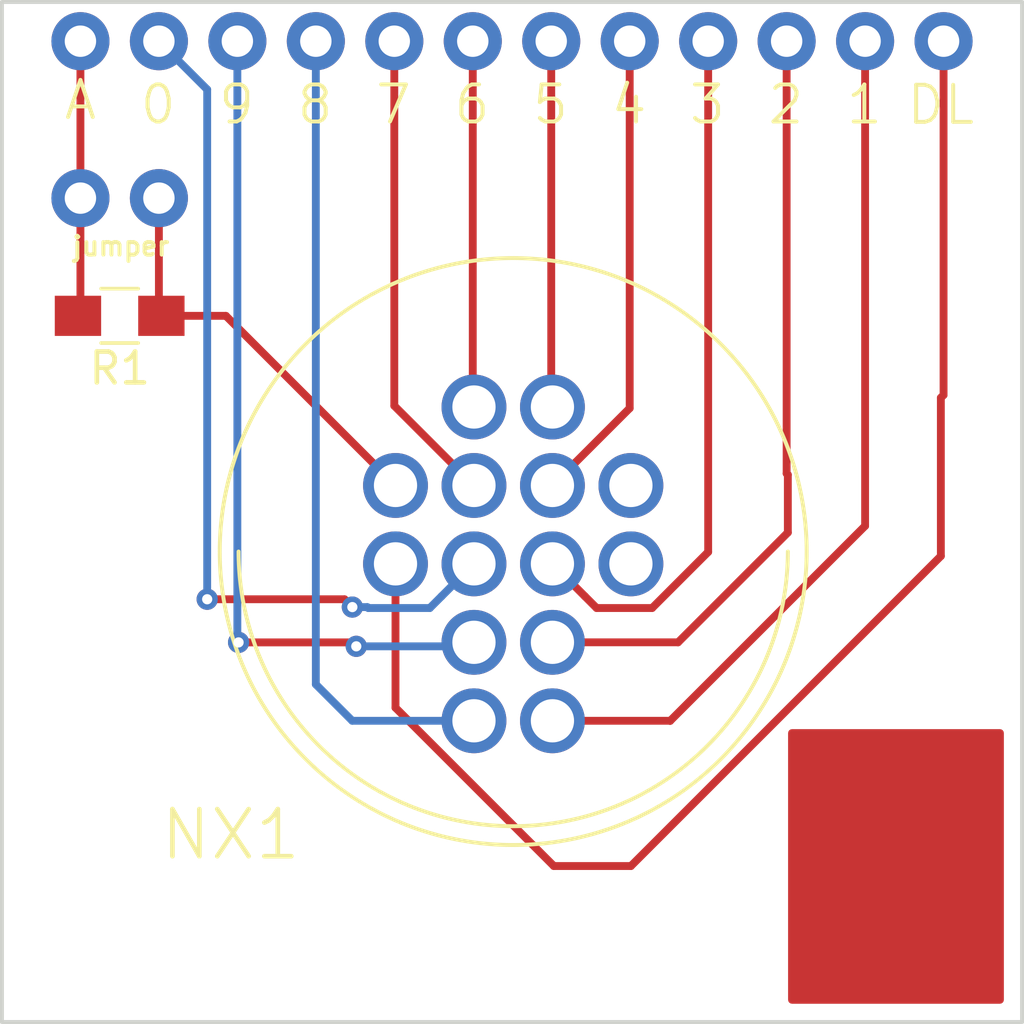
<source format=kicad_pcb>
(kicad_pcb (version 4) (host pcbnew 4.0.6)

  (general
    (links 16)
    (no_connects 16)
    (area 165.124429 102.908404 200.866829 137.193325)
    (thickness 1.6002)
    (drawings 17)
    (tracks 58)
    (zones 0)
    (modules 5)
    (nets 15)
  )

  (page A4)
  (layers
    (0 F.Cu signal)
    (31 B.Cu signal)
    (34 B.Paste user)
    (35 F.Paste user)
    (36 B.SilkS user)
    (37 F.SilkS user)
    (38 B.Mask user)
    (39 F.Mask user)
    (44 Edge.Cuts user)
  )

  (setup
    (last_trace_width 0.254)
    (user_trace_width 0.1524)
    (user_trace_width 0.2)
    (user_trace_width 0.25)
    (user_trace_width 0.3)
    (user_trace_width 0.4)
    (user_trace_width 0.5)
    (user_trace_width 0.6)
    (user_trace_width 0.8)
    (trace_clearance 0.254)
    (zone_clearance 0.1524)
    (zone_45_only no)
    (trace_min 0.1524)
    (segment_width 0.127)
    (edge_width 0.127)
    (via_size 0.6858)
    (via_drill 0.3302)
    (via_min_size 0.6858)
    (via_min_drill 0.3302)
    (uvia_size 0.508)
    (uvia_drill 0.127)
    (uvias_allowed no)
    (uvia_min_size 0.508)
    (uvia_min_drill 0.127)
    (pcb_text_width 0.127)
    (pcb_text_size 0.6 0.6)
    (mod_edge_width 0.127)
    (mod_text_size 0.6 0.6)
    (mod_text_width 0.127)
    (pad_size 1.524 1.524)
    (pad_drill 0.762)
    (pad_to_mask_clearance 0.05)
    (pad_to_paste_clearance -0.04)
    (aux_axis_origin 0 0)
    (visible_elements 7FFFFF7F)
    (pcbplotparams
      (layerselection 0x3ffff_80000001)
      (usegerberextensions true)
      (usegerberattributes true)
      (excludeedgelayer true)
      (linewidth 0.127000)
      (plotframeref false)
      (viasonmask false)
      (mode 1)
      (useauxorigin false)
      (hpglpennumber 1)
      (hpglpenspeed 20)
      (hpglpendiameter 15)
      (hpglpenoverlay 2)
      (psnegative false)
      (psa4output false)
      (plotreference true)
      (plotvalue true)
      (plotinvisibletext false)
      (padsonsilk false)
      (subtractmaskfromsilk false)
      (outputformat 1)
      (mirror false)
      (drillshape 0)
      (scaleselection 1)
      (outputdirectory CAM/))
  )

  (net 0 "")
  (net 1 "Net-(JN1-Pad1)")
  (net 2 "Net-(JN1-Pad2)")
  (net 3 "Net-(JN1-Pad3)")
  (net 4 "Net-(JN1-Pad4)")
  (net 5 "Net-(JN1-Pad5)")
  (net 6 "Net-(JN1-Pad6)")
  (net 7 "Net-(JN1-Pad7)")
  (net 8 "Net-(JN1-Pad8)")
  (net 9 "Net-(JN1-Pad9)")
  (net 10 "Net-(JN1-Pad10)")
  (net 11 "Net-(JN1-Pad11)")
  (net 12 "Net-(JN1-Pad12)")
  (net 13 "Net-(JR1-Pad1)")
  (net 14 "Net-(N1-PadPR)")

  (net_class Default "Imperial - this is the standard class"
    (clearance 0.254)
    (trace_width 0.254)
    (via_dia 0.6858)
    (via_drill 0.3302)
    (uvia_dia 0.508)
    (uvia_drill 0.127)
    (add_net "Net-(JN1-Pad1)")
    (add_net "Net-(JN1-Pad10)")
    (add_net "Net-(JN1-Pad11)")
    (add_net "Net-(JN1-Pad12)")
    (add_net "Net-(JN1-Pad2)")
    (add_net "Net-(JN1-Pad3)")
    (add_net "Net-(JN1-Pad4)")
    (add_net "Net-(JN1-Pad5)")
    (add_net "Net-(JN1-Pad6)")
    (add_net "Net-(JN1-Pad7)")
    (add_net "Net-(JN1-Pad8)")
    (add_net "Net-(JN1-Pad9)")
    (add_net "Net-(JR1-Pad1)")
    (add_net "Net-(N1-PadPR)")
  )

  (net_class 0.2mm ""
    (clearance 0.2)
    (trace_width 0.2)
    (via_dia 0.6858)
    (via_drill 0.3302)
    (uvia_dia 0.508)
    (uvia_drill 0.127)
  )

  (net_class Minimal ""
    (clearance 0.1524)
    (trace_width 0.1524)
    (via_dia 0.6858)
    (via_drill 0.3302)
    (uvia_dia 0.508)
    (uvia_drill 0.127)
  )

  (module Resistors_SMD:R_0805_HandSoldering (layer F.Cu) (tedit 58E0A804) (tstamp 592EAE0D)
    (at 168.99793 114.269824 180)
    (descr "Resistor SMD 0805, hand soldering")
    (tags "resistor 0805")
    (path /592C7A6F)
    (attr smd)
    (fp_text reference R1 (at 0 -1.7 180) (layer F.SilkS)
      (effects (font (size 1 1) (thickness 0.15)))
    )
    (fp_text value R (at 0 1.75 180) (layer F.Fab)
      (effects (font (size 1 1) (thickness 0.15)))
    )
    (fp_text user %R (at 0 0 180) (layer F.Fab)
      (effects (font (size 0.5 0.5) (thickness 0.075)))
    )
    (fp_line (start -1 0.62) (end -1 -0.62) (layer F.Fab) (width 0.1))
    (fp_line (start 1 0.62) (end -1 0.62) (layer F.Fab) (width 0.1))
    (fp_line (start 1 -0.62) (end 1 0.62) (layer F.Fab) (width 0.1))
    (fp_line (start -1 -0.62) (end 1 -0.62) (layer F.Fab) (width 0.1))
    (fp_line (start 0.6 0.88) (end -0.6 0.88) (layer F.SilkS) (width 0.12))
    (fp_line (start -0.6 -0.88) (end 0.6 -0.88) (layer F.SilkS) (width 0.12))
    (fp_line (start -2.35 -0.9) (end 2.35 -0.9) (layer F.CrtYd) (width 0.05))
    (fp_line (start -2.35 -0.9) (end -2.35 0.9) (layer F.CrtYd) (width 0.05))
    (fp_line (start 2.35 0.9) (end 2.35 -0.9) (layer F.CrtYd) (width 0.05))
    (fp_line (start 2.35 0.9) (end -2.35 0.9) (layer F.CrtYd) (width 0.05))
    (pad 1 smd rect (at -1.35 0 180) (size 1.5 1.3) (layers F.Cu F.Paste F.Mask)
      (net 13 "Net-(JR1-Pad1)"))
    (pad 2 smd rect (at 1.35 0 180) (size 1.5 1.3) (layers F.Cu F.Paste F.Mask)
      (net 12 "Net-(JN1-Pad12)"))
    (model ${KISYS3DMOD}/Resistors_SMD.3dshapes/R_0805.wrl
      (at (xyz 0 0 0))
      (scale (xyz 1 1 1))
      (rotate (xyz 0 0 0))
    )
  )

  (module logos:mermaid_l (layer F.Cu) (tedit 0) (tstamp 592FCD15)
    (at 193.17496 132.09315)
    (fp_text reference G*** (at 0 0) (layer F.SilkS) hide
      (effects (font (thickness 0.3)))
    )
    (fp_text value LOGO (at 0.75 0) (layer F.SilkS) hide
      (effects (font (thickness 0.3)))
    )
    (fp_poly (pts (xy 0.016811 -3.773536) (xy 0.035492 -3.771585) (xy 0.039687 -3.770741) (xy 0.079417 -3.757244)
      (xy 0.111324 -3.737775) (xy 0.124832 -3.725513) (xy 0.142677 -3.704599) (xy 0.153161 -3.684612)
      (xy 0.15793 -3.661447) (xy 0.15875 -3.64097) (xy 0.158058 -3.61993) (xy 0.155124 -3.604749)
      (xy 0.148654 -3.590748) (xy 0.141938 -3.580059) (xy 0.122141 -3.557766) (xy 0.098998 -3.544256)
      (xy 0.074141 -3.539962) (xy 0.049199 -3.545313) (xy 0.036501 -3.55221) (xy 0.025568 -3.560763)
      (xy 0.019906 -3.570026) (xy 0.017449 -3.584153) (xy 0.016932 -3.59157) (xy 0.016648 -3.608477)
      (xy 0.018904 -3.618133) (xy 0.024587 -3.623743) (xy 0.026084 -3.624592) (xy 0.039465 -3.627784)
      (xy 0.050441 -3.626922) (xy 0.059967 -3.622881) (xy 0.061919 -3.615123) (xy 0.060823 -3.608777)
      (xy 0.060289 -3.596153) (xy 0.064906 -3.590901) (xy 0.073078 -3.592235) (xy 0.083211 -3.599369)
      (xy 0.093713 -3.61152) (xy 0.102989 -3.6279) (xy 0.103896 -3.629997) (xy 0.108418 -3.643365)
      (xy 0.108287 -3.6547) (xy 0.103467 -3.669685) (xy 0.087643 -3.698859) (xy 0.064252 -3.721926)
      (xy 0.050164 -3.731216) (xy 0.036916 -3.737802) (xy 0.022748 -3.741623) (xy 0.004134 -3.743365)
      (xy -0.014288 -3.743716) (xy -0.040147 -3.742911) (xy -0.057394 -3.740394) (xy -0.064294 -3.73724)
      (xy -0.073648 -3.731439) (xy -0.077728 -3.730626) (xy -0.088165 -3.726605) (xy -0.102163 -3.716065)
      (xy -0.117406 -3.701291) (xy -0.131579 -3.684564) (xy -0.142367 -3.668169) (xy -0.143717 -3.665542)
      (xy -0.151883 -3.648712) (xy -0.159332 -3.633251) (xy -0.163088 -3.620111) (xy -0.165384 -3.598867)
      (xy -0.16631 -3.568514) (xy -0.166318 -3.553876) (xy -0.166026 -3.5265) (xy -0.165145 -3.506715)
      (xy -0.163111 -3.491529) (xy -0.159359 -3.477949) (xy -0.153324 -3.462983) (xy -0.14625 -3.447521)
      (xy -0.121753 -3.405235) (xy -0.0903 -3.36927) (xy -0.051325 -3.33924) (xy -0.004264 -3.314759)
      (xy 0.051447 -3.295441) (xy 0.089958 -3.28602) (xy 0.119366 -3.282227) (xy 0.156195 -3.281263)
      (xy 0.197719 -3.282946) (xy 0.241212 -3.28709) (xy 0.283951 -3.293513) (xy 0.321687 -3.301638)
      (xy 0.342155 -3.307861) (xy 0.360849 -3.315263) (xy 0.376278 -3.322945) (xy 0.386953 -3.330006)
      (xy 0.391385 -3.335547) (xy 0.388082 -3.338667) (xy 0.383597 -3.339042) (xy 0.373649 -3.342219)
      (xy 0.357833 -3.350734) (xy 0.338335 -3.36306) (xy 0.317344 -3.377673) (xy 0.297047 -3.393046)
      (xy 0.279632 -3.407655) (xy 0.267286 -3.419973) (xy 0.26692 -3.420407) (xy 0.246827 -3.446164)
      (xy 0.232225 -3.469838) (xy 0.221889 -3.494463) (xy 0.214597 -3.523071) (xy 0.209127 -3.558694)
      (xy 0.208269 -3.565849) (xy 0.208225 -3.599519) (xy 0.214696 -3.635439) (xy 0.226608 -3.670269)
      (xy 0.242885 -3.700666) (xy 0.257355 -3.718587) (xy 0.284712 -3.739246) (xy 0.316451 -3.752322)
      (xy 0.350326 -3.757709) (xy 0.384089 -3.755304) (xy 0.415495 -3.745003) (xy 0.441854 -3.727116)
      (xy 0.456743 -3.708989) (xy 0.464158 -3.687733) (xy 0.465666 -3.667574) (xy 0.46447 -3.649678)
      (xy 0.459418 -3.636679) (xy 0.44831 -3.623019) (xy 0.447843 -3.622523) (xy 0.432662 -3.60928)
      (xy 0.418526 -3.60395) (xy 0.413448 -3.603625) (xy 0.394908 -3.608269) (xy 0.381565 -3.620647)
      (xy 0.375782 -3.638431) (xy 0.375708 -3.640833) (xy 0.378805 -3.655072) (xy 0.386689 -3.660815)
      (xy 0.397247 -3.657238) (xy 0.40302 -3.65151) (xy 0.411119 -3.643576) (xy 0.417703 -3.64383)
      (xy 0.420717 -3.645984) (xy 0.426691 -3.656909) (xy 0.428309 -3.673525) (xy 0.425542 -3.691863)
      (xy 0.421138 -3.703294) (xy 0.410709 -3.716673) (xy 0.399156 -3.725521) (xy 0.381042 -3.731036)
      (xy 0.358057 -3.732598) (xy 0.335132 -3.730244) (xy 0.318905 -3.724949) (xy 0.298369 -3.711409)
      (xy 0.278961 -3.693672) (xy 0.264484 -3.675356) (xy 0.26187 -3.670693) (xy 0.258107 -3.658302)
      (xy 0.255508 -3.640465) (xy 0.254155 -3.620218) (xy 0.254128 -3.6006) (xy 0.25551 -3.584648)
      (xy 0.258381 -3.5754) (xy 0.259291 -3.574521) (xy 0.263387 -3.567227) (xy 0.264583 -3.558334)
      (xy 0.266434 -3.54854) (xy 0.269875 -3.545417) (xy 0.274956 -3.541344) (xy 0.275166 -3.539772)
      (xy 0.278369 -3.532005) (xy 0.286651 -3.519125) (xy 0.298022 -3.503894) (xy 0.310492 -3.489074)
      (xy 0.315691 -3.483521) (xy 0.332808 -3.469181) (xy 0.356966 -3.453086) (xy 0.385192 -3.436898)
      (xy 0.41451 -3.422278) (xy 0.441945 -3.410886) (xy 0.451563 -3.407656) (xy 0.513508 -3.39253)
      (xy 0.572008 -3.386659) (xy 0.6285 -3.390216) (xy 0.684423 -3.403376) (xy 0.741216 -3.42631)
      (xy 0.78052 -3.447259) (xy 0.817352 -3.46804) (xy 0.848125 -3.483558) (xy 0.875501 -3.494552)
      (xy 0.902139 -3.501759) (xy 0.9307 -3.505917) (xy 0.963843 -3.507764) (xy 0.999762 -3.50806)
      (xy 1.029829 -3.507596) (xy 1.058475 -3.506543) (xy 1.08289 -3.505047) (xy 1.100268 -3.50325)
      (xy 1.103312 -3.502746) (xy 1.124251 -3.498943) (xy 1.148566 -3.494739) (xy 1.16152 -3.492588)
      (xy 1.183437 -3.488718) (xy 1.205109 -3.484407) (xy 1.21576 -3.482026) (xy 1.242534 -3.475574)
      (xy 1.261268 -3.470981) (xy 1.27422 -3.467665) (xy 1.283649 -3.465044) (xy 1.29181 -3.462534)
      (xy 1.293812 -3.46189) (xy 1.330054 -3.447173) (xy 1.362613 -3.428217) (xy 1.390124 -3.406284)
      (xy 1.411222 -3.382636) (xy 1.42454 -3.358536) (xy 1.428749 -3.337087) (xy 1.430965 -3.31796)
      (xy 1.436932 -3.293293) (xy 1.445634 -3.266996) (xy 1.4496 -3.257021) (xy 1.460028 -3.223921)
      (xy 1.465344 -3.188889) (xy 1.465701 -3.173183) (xy 1.465206 -3.152449) (xy 1.465622 -3.140318)
      (xy 1.467505 -3.134815) (xy 1.471411 -3.133966) (xy 1.476375 -3.135313) (xy 1.485246 -3.136563)
      (xy 1.485546 -3.132317) (xy 1.477379 -3.123141) (xy 1.473497 -3.119686) (xy 1.464568 -3.110292)
      (xy 1.463129 -3.101507) (xy 1.465406 -3.093994) (xy 1.472998 -3.082438) (xy 1.485846 -3.06985)
      (xy 1.491895 -3.065257) (xy 1.507592 -3.051442) (xy 1.513053 -3.038041) (xy 1.508312 -3.023896)
      (xy 1.493572 -3.007997) (xy 1.481954 -2.996879) (xy 1.477871 -2.989625) (xy 1.480148 -2.984092)
      (xy 1.480343 -2.983889) (xy 1.48489 -2.973373) (xy 1.486712 -2.956585) (xy 1.485771 -2.93749)
      (xy 1.482027 -2.920051) (xy 1.481007 -2.917281) (xy 1.468042 -2.883178) (xy 1.459777 -2.85676)
      (xy 1.455764 -2.836468) (xy 1.455208 -2.827306) (xy 1.451635 -2.812089) (xy 1.440656 -2.801224)
      (xy 1.433744 -2.797314) (xy 1.425278 -2.794661) (xy 1.41333 -2.793085) (xy 1.395971 -2.79241)
      (xy 1.371273 -2.792457) (xy 1.349375 -2.792809) (xy 1.31873 -2.793255) (xy 1.296659 -2.793112)
      (xy 1.281157 -2.792186) (xy 1.270221 -2.790279) (xy 1.261849 -2.787196) (xy 1.255447 -2.783626)
      (xy 1.244268 -2.774775) (xy 1.238474 -2.766405) (xy 1.23825 -2.764974) (xy 1.235863 -2.757876)
      (xy 1.233805 -2.756959) (xy 1.229201 -2.752098) (xy 1.223916 -2.739092) (xy 1.218503 -2.720308)
      (xy 1.213515 -2.698112) (xy 1.209506 -2.674871) (xy 1.207028 -2.652951) (xy 1.2065 -2.640132)
      (xy 1.207874 -2.614203) (xy 1.211589 -2.582523) (xy 1.217032 -2.549504) (xy 1.222776 -2.522803)
      (xy 1.235661 -2.473043) (xy 1.247332 -2.433315) (xy 1.257929 -2.403156) (xy 1.259293 -2.399771)
      (xy 1.264013 -2.387513) (xy 1.269636 -2.371955) (xy 1.270086 -2.370667) (xy 1.278721 -2.347809)
      (xy 1.289907 -2.322021) (xy 1.304888 -2.290463) (xy 1.308378 -2.283355) (xy 1.317963 -2.259043)
      (xy 1.323702 -2.234224) (xy 1.325348 -2.211548) (xy 1.322652 -2.19366) (xy 1.317561 -2.184909)
      (xy 1.307186 -2.176016) (xy 1.292853 -2.165074) (xy 1.277255 -2.153968) (xy 1.263087 -2.144581)
      (xy 1.253044 -2.138797) (xy 1.250232 -2.137834) (xy 1.242386 -2.13401) (xy 1.231208 -2.124466)
      (xy 1.219519 -2.11209) (xy 1.21014 -2.099773) (xy 1.206613 -2.093154) (xy 1.204218 -2.073293)
      (xy 1.210459 -2.048342) (xy 1.211685 -2.04523) (xy 1.220793 -2.023791) (xy 1.23213 -1.998543)
      (xy 1.244765 -1.971403) (xy 1.257766 -1.944284) (xy 1.270202 -1.9191) (xy 1.281142 -1.897767)
      (xy 1.289653 -1.882198) (xy 1.294804 -1.874308) (xy 1.294911 -1.874195) (xy 1.300737 -1.866426)
      (xy 1.30175 -1.863411) (xy 1.305702 -1.855954) (xy 1.316422 -1.843726) (xy 1.332206 -1.828296)
      (xy 1.351351 -1.811235) (xy 1.372151 -1.794113) (xy 1.392903 -1.778501) (xy 1.397 -1.775628)
      (xy 1.412481 -1.764474) (xy 1.432822 -1.749179) (xy 1.456251 -1.731147) (xy 1.480994 -1.711783)
      (xy 1.505277 -1.692489) (xy 1.527327 -1.674669) (xy 1.54537 -1.659728) (xy 1.557633 -1.649068)
      (xy 1.561041 -1.645785) (xy 1.566531 -1.641261) (xy 1.577559 -1.632846) (xy 1.584854 -1.62743)
      (xy 1.599074 -1.616479) (xy 1.610642 -1.606732) (xy 1.613958 -1.603563) (xy 1.621166 -1.597319)
      (xy 1.63503 -1.586326) (xy 1.653625 -1.57203) (xy 1.675029 -1.555881) (xy 1.697317 -1.539326)
      (xy 1.718566 -1.523814) (xy 1.736854 -1.510793) (xy 1.740958 -1.507944) (xy 1.75542 -1.497422)
      (xy 1.767734 -1.487559) (xy 1.769672 -1.48584) (xy 1.781335 -1.477351) (xy 1.789516 -1.473434)
      (xy 1.797549 -1.469117) (xy 1.799166 -1.466423) (xy 1.803588 -1.462135) (xy 1.814535 -1.456503)
      (xy 1.817687 -1.455209) (xy 1.829662 -1.449593) (xy 1.835937 -1.444862) (xy 1.836208 -1.4441)
      (xy 1.840779 -1.440501) (xy 1.852852 -1.434525) (xy 1.869967 -1.42737) (xy 1.872824 -1.426267)
      (xy 1.88894 -1.420424) (xy 1.902804 -1.416562) (xy 1.917198 -1.414357) (xy 1.934907 -1.413483)
      (xy 1.958714 -1.413615) (xy 1.977334 -1.414048) (xy 2.011477 -1.415666) (xy 2.050591 -1.418652)
      (xy 2.089221 -1.422539) (xy 2.114726 -1.425785) (xy 2.14488 -1.42989) (xy 2.16751 -1.432256)
      (xy 2.18552 -1.432964) (xy 2.201812 -1.432095) (xy 2.219288 -1.429731) (xy 2.224528 -1.428856)
      (xy 2.245404 -1.424861) (xy 2.257747 -1.421152) (xy 2.263552 -1.416902) (xy 2.264833 -1.412127)
      (xy 2.263508 -1.406717) (xy 2.257986 -1.403732) (xy 2.245944 -1.402491) (xy 2.231409 -1.402292)
      (xy 2.207764 -1.401303) (xy 2.182238 -1.398663) (xy 2.158033 -1.394866) (xy 2.138355 -1.390404)
      (xy 2.12725 -1.386276) (xy 2.123304 -1.383434) (xy 2.123829 -1.381057) (xy 2.130164 -1.378752)
      (xy 2.143652 -1.376125) (xy 2.165634 -1.37278) (xy 2.180166 -1.370725) (xy 2.208747 -1.366286)
      (xy 2.230983 -1.361492) (xy 2.251087 -1.355226) (xy 2.27327 -1.34637) (xy 2.275416 -1.345449)
      (xy 2.291879 -1.337058) (xy 2.307873 -1.326809) (xy 2.32072 -1.316668) (xy 2.327745 -1.308602)
      (xy 2.328333 -1.306591) (xy 2.323743 -1.304335) (xy 2.312281 -1.304011) (xy 2.297402 -1.305252)
      (xy 2.282566 -1.307694) (xy 2.271229 -1.31097) (xy 2.267743 -1.312991) (xy 2.258675 -1.31683)
      (xy 2.251604 -1.317626) (xy 2.239817 -1.320172) (xy 2.234786 -1.323331) (xy 2.225761 -1.326846)
      (xy 2.213884 -1.326984) (xy 2.204136 -1.325219) (xy 2.204029 -1.323129) (xy 2.20927 -1.320799)
      (xy 2.23606 -1.310129) (xy 2.25511 -1.301894) (xy 2.268643 -1.294964) (xy 2.278885 -1.288209)
      (xy 2.287322 -1.281169) (xy 2.296853 -1.2715) (xy 2.301715 -1.264499) (xy 2.301875 -1.263719)
      (xy 2.297454 -1.259587) (xy 2.285098 -1.260225) (xy 2.266162 -1.265338) (xy 2.242005 -1.274631)
      (xy 2.232778 -1.27872) (xy 2.210862 -1.287938) (xy 2.195226 -1.292907) (xy 2.186673 -1.293593)
      (xy 2.186011 -1.289959) (xy 2.194044 -1.28197) (xy 2.19612 -1.28034) (xy 2.207237 -1.273141)
      (xy 2.215319 -1.270118) (xy 2.221801 -1.265714) (xy 2.226876 -1.256324) (xy 2.227791 -1.251047)
      (xy 2.223516 -1.248302) (xy 2.212505 -1.249392) (xy 2.197482 -1.253408) (xy 2.181171 -1.259436)
      (xy 2.166296 -1.266566) (xy 2.15558 -1.273887) (xy 2.153708 -1.275833) (xy 2.146702 -1.280288)
      (xy 2.132687 -1.286789) (xy 2.114695 -1.294037) (xy 2.095756 -1.300732) (xy 2.095124 -1.300937)
      (xy 2.07869 -1.304461) (xy 2.057774 -1.306667) (xy 2.046312 -1.307042) (xy 2.028903 -1.306558)
      (xy 2.018807 -1.304253) (xy 2.012768 -1.298853) (xy 2.009183 -1.29249) (xy 2.005287 -1.278785)
      (xy 2.008579 -1.265874) (xy 2.019902 -1.252443) (xy 2.040101 -1.237179) (xy 2.048014 -1.232048)
      (xy 2.069352 -1.218173) (xy 2.083328 -1.207722) (xy 2.091758 -1.198848) (xy 2.096459 -1.189706)
      (xy 2.098878 -1.180349) (xy 2.099775 -1.168122) (xy 2.095521 -1.163627) (xy 2.094838 -1.16354)
      (xy 2.077123 -1.165005) (xy 2.064663 -1.173081) (xy 2.054291 -1.180457) (xy 2.036679 -1.190046)
      (xy 2.014573 -1.20055) (xy 1.990717 -1.210671) (xy 1.967857 -1.219114) (xy 1.965854 -1.219776)
      (xy 1.928101 -1.233609) (xy 1.898307 -1.248381) (xy 1.87387 -1.26573) (xy 1.852189 -1.287294)
      (xy 1.844908 -1.29597) (xy 1.82922 -1.314316) (xy 1.813605 -1.330793) (xy 1.80082 -1.342542)
      (xy 1.797992 -1.344686) (xy 1.786309 -1.353213) (xy 1.778836 -1.359346) (xy 1.778 -1.360236)
      (xy 1.771224 -1.365606) (xy 1.75693 -1.374794) (xy 1.736985 -1.386729) (xy 1.713259 -1.400343)
      (xy 1.687619 -1.414565) (xy 1.661936 -1.428326) (xy 1.638076 -1.440557) (xy 1.635125 -1.442019)
      (xy 1.587553 -1.46584) (xy 1.546283 -1.487396) (xy 1.507857 -1.50852) (xy 1.481666 -1.52353)
      (xy 1.464862 -1.532936) (xy 1.450648 -1.540248) (xy 1.443302 -1.543429) (xy 1.435482 -1.548118)
      (xy 1.434041 -1.551076) (xy 1.429946 -1.555562) (xy 1.42835 -1.55575) (xy 1.421455 -1.558368)
      (xy 1.407463 -1.565519) (xy 1.388265 -1.576151) (xy 1.365753 -1.589212) (xy 1.341819 -1.60365)
      (xy 1.338081 -1.605957) (xy 1.328838 -1.611626) (xy 1.314356 -1.620452) (xy 1.303686 -1.626934)
      (xy 1.289183 -1.635949) (xy 1.278713 -1.64286) (xy 1.275291 -1.645485) (xy 1.269816 -1.650117)
      (xy 1.258818 -1.65865) (xy 1.251479 -1.66417) (xy 1.234056 -1.677274) (xy 1.220686 -1.687881)
      (xy 1.208649 -1.698391) (xy 1.195222 -1.711206) (xy 1.177684 -1.728725) (xy 1.173427 -1.733021)
      (xy 1.154691 -1.753203) (xy 1.136473 -1.774958) (xy 1.121826 -1.794574) (xy 1.117957 -1.80049)
      (xy 1.107458 -1.815879) (xy 1.098096 -1.826821) (xy 1.091977 -1.830917) (xy 1.085418 -1.828569)
      (xy 1.084785 -1.826948) (xy 1.081627 -1.820717) (xy 1.073818 -1.810294) (xy 1.071556 -1.807605)
      (xy 1.063024 -1.796859) (xy 1.058535 -1.789598) (xy 1.058333 -1.788759) (xy 1.055116 -1.78268)
      (xy 1.048847 -1.77503) (xy 1.038358 -1.760344) (xy 1.026121 -1.737991) (xy 1.013216 -1.710506)
      (xy 1.00072 -1.680421) (xy 0.989714 -1.650268) (xy 0.981275 -1.622581) (xy 0.977986 -1.608667)
      (xy 0.968972 -1.562362) (xy 0.962328 -1.523365) (xy 0.95779 -1.488735) (xy 0.955093 -1.45553)
      (xy 0.953972 -1.420809) (xy 0.954162 -1.38163) (xy 0.954874 -1.352021) (xy 0.955956 -1.318336)
      (xy 0.957154 -1.287144) (xy 0.958377 -1.260422) (xy 0.959534 -1.240144) (xy 0.960534 -1.228284)
      (xy 0.960617 -1.227667) (xy 0.961429 -1.217554) (xy 0.962358 -1.198447) (xy 0.96335 -1.171939)
      (xy 0.964353 -1.139617) (xy 0.96531 -1.103071) (xy 0.96617 -1.063891) (xy 0.966176 -1.063625)
      (xy 0.966988 -1.016579) (xy 0.967314 -0.977779) (xy 0.967075 -0.9449) (xy 0.96619 -0.915612)
      (xy 0.964579 -0.887587) (xy 0.962164 -0.858498) (xy 0.958863 -0.826017) (xy 0.95765 -0.814917)
      (xy 0.951084 -0.75682) (xy 0.945176 -0.707679) (xy 0.939682 -0.665903) (xy 0.934356 -0.629902)
      (xy 0.928956 -0.598088) (xy 0.923235 -0.56887) (xy 0.916949 -0.54066) (xy 0.912885 -0.523875)
      (xy 0.906794 -0.498662) (xy 0.901413 -0.475129) (xy 0.897462 -0.456489) (xy 0.895973 -0.44834)
      (xy 0.892856 -0.434708) (xy 0.889085 -0.426281) (xy 0.888285 -0.425538) (xy 0.884592 -0.418555)
      (xy 0.883669 -0.411115) (xy 0.882028 -0.401383) (xy 0.877635 -0.38436) (xy 0.871226 -0.362746)
      (xy 0.866028 -0.346605) (xy 0.857767 -0.321534) (xy 0.84996 -0.297435) (xy 0.843739 -0.277819)
      (xy 0.841302 -0.269875) (xy 0.836378 -0.25453) (xy 0.832191 -0.243342) (xy 0.830942 -0.240771)
      (xy 0.827336 -0.232696) (xy 0.822295 -0.21902) (xy 0.820702 -0.214313) (xy 0.81395 -0.195276)
      (xy 0.806669 -0.176625) (xy 0.80583 -0.174625) (xy 0.798972 -0.158321) (xy 0.792944 -0.14374)
      (xy 0.792593 -0.142875) (xy 0.786649 -0.129107) (xy 0.782549 -0.120458) (xy 0.778574 -0.110063)
      (xy 0.777875 -0.105842) (xy 0.775639 -0.099184) (xy 0.769428 -0.084596) (xy 0.759982 -0.063622)
      (xy 0.748042 -0.037806) (xy 0.734349 -0.008691) (xy 0.719644 0.022178) (xy 0.704668 0.053257)
      (xy 0.690162 0.083002) (xy 0.676867 0.10987) (xy 0.665523 0.132316) (xy 0.656873 0.148797)
      (xy 0.651656 0.157769) (xy 0.650888 0.15875) (xy 0.64704 0.164585) (xy 0.640139 0.176579)
      (xy 0.635415 0.185208) (xy 0.622667 0.207639) (xy 0.605809 0.235506) (xy 0.586295 0.266573)
      (xy 0.565581 0.298607) (xy 0.545121 0.329373) (xy 0.52637 0.356639) (xy 0.510784 0.378168)
      (xy 0.504464 0.386291) (xy 0.49882 0.393433) (xy 0.48822 0.406992) (xy 0.474188 0.425014)
      (xy 0.458423 0.445321) (xy 0.386268 0.531586) (xy 0.305323 0.615902) (xy 0.217382 0.696433)
      (xy 0.193138 0.716902) (xy 0.177764 0.729736) (xy 0.165728 0.739925) (xy 0.159212 0.745619)
      (xy 0.15875 0.74607) (xy 0.15364 0.750212) (xy 0.141905 0.75919) (xy 0.125441 0.771566)
      (xy 0.111125 0.782215) (xy 0.091503 0.796811) (xy 0.074346 0.809688) (xy 0.061903 0.819151)
      (xy 0.057234 0.822811) (xy 0.046348 0.830914) (xy 0.033422 0.839659) (xy 0.019429 0.849492)
      (xy 0.008262 0.85853) (xy -0.00115 0.865562) (xy -0.006772 0.867833) (xy -0.013177 0.871028)
      (xy -0.024494 0.879231) (xy -0.033185 0.886354) (xy -0.046046 0.896711) (xy -0.055853 0.903433)
      (xy -0.059243 0.904875) (xy -0.065136 0.907527) (xy -0.076973 0.9143) (xy -0.09191 0.923419)
      (xy -0.107104 0.933106) (xy -0.119711 0.941585) (xy -0.126887 0.947081) (xy -0.127 0.947193)
      (xy -0.133129 0.951521) (xy -0.142875 0.957378) (xy -0.152011 0.962765) (xy -0.168175 0.972485)
      (xy -0.189376 0.985333) (xy -0.213623 1.000104) (xy -0.223801 1.006326) (xy -0.247553 1.020777)
      (xy -0.267952 1.033032) (xy -0.283378 1.04213) (xy -0.292207 1.047106) (xy -0.293632 1.04775)
      (xy -0.298902 1.050229) (xy -0.310818 1.056768) (xy -0.326931 1.066017) (xy -0.328991 1.067222)
      (xy -0.356603 1.083148) (xy -0.386048 1.099703) (xy -0.414493 1.115327) (xy -0.439106 1.128464)
      (xy -0.455084 1.136599) (xy -0.467632 1.14309) (xy -0.475484 1.147821) (xy -0.47625 1.148468)
      (xy -0.481786 1.151903) (xy -0.494692 1.158989) (xy -0.512891 1.168607) (xy -0.529167 1.177013)
      (xy -0.578322 1.202179) (xy -0.622845 1.225001) (xy -0.661951 1.245075) (xy -0.694854 1.261998)
      (xy -0.720769 1.275365) (xy -0.73891 1.284772) (xy -0.748492 1.289816) (xy -0.748968 1.290075)
      (xy -0.758048 1.294813) (xy -0.773987 1.302904) (xy -0.794153 1.313017) (xy -0.80698 1.3194)
      (xy -0.881231 1.35675) (xy -0.94652 1.390707) (xy -1.003734 1.421745) (xy -1.05376 1.450342)
      (xy -1.076855 1.464177) (xy -1.090458 1.471801) (xy -1.098021 1.475597) (xy -1.105412 1.479911)
      (xy -1.119579 1.488876) (xy -1.138874 1.501392) (xy -1.161647 1.516359) (xy -1.18625 1.532677)
      (xy -1.211035 1.549246) (xy -1.234352 1.564966) (xy -1.254552 1.578737) (xy -1.269988 1.58946)
      (xy -1.279009 1.596033) (xy -1.280584 1.5974) (xy -1.28583 1.602217) (xy -1.296881 1.611472)
      (xy -1.309688 1.621833) (xy -1.369914 1.675393) (xy -1.421218 1.732685) (xy -1.463288 1.79318)
      (xy -1.495811 1.856346) (xy -1.518476 1.921651) (xy -1.530971 1.988566) (xy -1.532115 2.00072)
      (xy -1.533533 2.021291) (xy -1.533389 2.03401) (xy -1.531178 2.041555) (xy -1.526396 2.046606)
      (xy -1.523028 2.048937) (xy -1.508982 2.055507) (xy -1.492365 2.060056) (xy -1.492229 2.060079)
      (xy -1.452691 2.067475) (xy -1.418964 2.075738) (xy -1.394355 2.083271) (xy -1.372487 2.090356)
      (xy -1.346337 2.098616) (xy -1.322917 2.10585) (xy -1.302468 2.112199) (xy -1.284909 2.117877)
      (xy -1.273608 2.12179) (xy -1.272646 2.122164) (xy -1.262724 2.125949) (xy -1.246121 2.132103)
      (xy -1.226116 2.139411) (xy -1.222375 2.140766) (xy -1.203039 2.148094) (xy -1.187481 2.154598)
      (xy -1.178496 2.159093) (xy -1.177661 2.159711) (xy -1.168071 2.163984) (xy -1.164987 2.164291)
      (xy -1.156849 2.166561) (xy -1.141251 2.172762) (xy -1.120145 2.181983) (xy -1.095482 2.193313)
      (xy -1.069213 2.20584) (xy -1.043289 2.218653) (xy -1.019661 2.230841) (xy -1.002771 2.240067)
      (xy -0.979183 2.253619) (xy -0.954406 2.268128) (xy -0.930964 2.28209) (xy -0.911386 2.293997)
      (xy -0.898196 2.302344) (xy -0.897227 2.302991) (xy -0.84537 2.340492) (xy -0.792658 2.383257)
      (xy -0.741528 2.42907) (xy -0.694416 2.475712) (xy -0.653759 2.520968) (xy -0.642579 2.534708)
      (xy -0.628634 2.552018) (xy -0.616971 2.565902) (xy -0.609232 2.574434) (xy -0.607219 2.576159)
      (xy -0.603295 2.582213) (xy -0.60325 2.582995) (xy -0.599953 2.59017) (xy -0.592419 2.599694)
      (xy -0.584795 2.609595) (xy -0.573492 2.626331) (xy -0.559985 2.647494) (xy -0.545751 2.670677)
      (xy -0.532266 2.693472) (xy -0.521004 2.713471) (xy -0.513442 2.728265) (xy -0.512956 2.729342)
      (xy -0.506925 2.740667) (xy -0.501953 2.746251) (xy -0.501417 2.746375) (xy -0.497764 2.750622)
      (xy -0.497417 2.753524) (xy -0.495063 2.76201) (xy -0.489037 2.775934) (xy -0.484188 2.785554)
      (xy -0.476676 2.800966) (xy -0.471883 2.81327) (xy -0.470959 2.817651) (xy -0.468504 2.82541)
      (xy -0.46699 2.826631) (xy -0.463351 2.832354) (xy -0.457475 2.846051) (xy -0.450118 2.865545)
      (xy -0.442034 2.888659) (xy -0.433976 2.913215) (xy -0.4267 2.937036) (xy -0.420958 2.957944)
      (xy -0.419645 2.963333) (xy -0.414816 2.982772) (xy -0.410227 2.999259) (xy -0.40721 3.008312)
      (xy -0.403349 3.020934) (xy -0.400065 3.036847) (xy -0.399977 3.037416) (xy -0.397973 3.049953)
      (xy -0.394675 3.070065) (xy -0.390554 3.094892) (xy -0.386442 3.119437) (xy -0.382507 3.145522)
      (xy -0.379552 3.172135) (xy -0.377442 3.20146) (xy -0.376041 3.23568) (xy -0.375217 3.276977)
      (xy -0.374941 3.306237) (xy -0.374907 3.341428) (xy -0.375253 3.373114) (xy -0.375932 3.399753)
      (xy -0.376895 3.4198) (xy -0.378095 3.431711) (xy -0.378888 3.43429) (xy -0.385103 3.433466)
      (xy -0.398593 3.427213) (xy -0.41801 3.416235) (xy -0.441209 3.401752) (xy -0.483878 3.374892)
      (xy -0.526415 3.34985) (xy -0.571041 3.325433) (xy -0.619976 3.30045) (xy -0.67544 3.27371)
      (xy -0.709084 3.258031) (xy -0.744498 3.241758) (xy -0.773275 3.228687) (xy -0.794644 3.21916)
      (xy -0.807839 3.213522) (xy -0.812017 3.212041) (xy -0.817473 3.210007) (xy -0.830202 3.204577)
      (xy -0.847855 3.196764) (xy -0.855541 3.193302) (xy -0.87586 3.184131) (xy -0.893504 3.176218)
      (xy -0.905456 3.170914) (xy -0.907521 3.170016) (xy -0.918356 3.165316) (xy -0.934412 3.158299)
      (xy -0.944563 3.153846) (xy -0.976212 3.140021) (xy -0.999364 3.130101) (xy -1.015151 3.123604)
      (xy -1.018646 3.12224) (xy -1.034695 3.115354) (xy -1.057193 3.104752) (xy -1.083338 3.091857)
      (xy -1.110325 3.078089) (xy -1.135352 3.064868) (xy -1.155614 3.053616) (xy -1.164167 3.048495)
      (xy -1.18064 3.036718) (xy -1.199817 3.020816) (xy -1.220061 3.002427) (xy -1.239737 2.983188)
      (xy -1.257209 2.964736) (xy -1.27084 2.948708) (xy -1.278994 2.936743) (xy -1.280584 2.931984)
      (xy -1.284494 2.925639) (xy -1.284991 2.925409) (xy -1.290019 2.9202) (xy -1.298403 2.9087)
      (xy -1.308276 2.893826) (xy -1.317775 2.878494) (xy -1.325035 2.865619) (xy -1.32819 2.858117)
      (xy -1.328209 2.857838) (xy -1.332 2.851529) (xy -1.332427 2.851326) (xy -1.337013 2.84591)
      (xy -1.344025 2.834059) (xy -1.348297 2.82575) (xy -1.354863 2.813311) (xy -1.359169 2.807024)
      (xy -1.360124 2.807229) (xy -1.360267 2.814002) (xy -1.360556 2.829563) (xy -1.360961 2.852114)
      (xy -1.361448 2.879861) (xy -1.36193 2.90777) (xy -1.363484 2.959059) (xy -1.366614 3.002125)
      (xy -1.371909 3.039285) (xy -1.379955 3.072855) (xy -1.391341 3.105149) (xy -1.406655 3.138482)
      (xy -1.426484 3.175172) (xy -1.432473 3.185583) (xy -1.441516 3.200851) (xy -1.454792 3.222887)
      (xy -1.470945 3.249473) (xy -1.488616 3.278392) (xy -1.506447 3.307427) (xy -1.523079 3.334361)
      (xy -1.537156 3.356975) (xy -1.546782 3.372217) (xy -1.556574 3.387882) (xy -1.563588 3.399817)
      (xy -1.566333 3.405482) (xy -1.566334 3.405513) (xy -1.569332 3.411428) (xy -1.571875 3.414671)
      (xy -1.578955 3.424037) (xy -1.58836 3.437955) (xy -1.598309 3.453578) (xy -1.607021 3.468061)
      (xy -1.612717 3.478559) (xy -1.613959 3.481937) (xy -1.617841 3.488012) (xy -1.618012 3.48809)
      (xy -1.62267 3.49336) (xy -1.6306 3.505128) (xy -1.640113 3.520543) (xy -1.649522 3.536754)
      (xy -1.657137 3.550911) (xy -1.661271 3.560162) (xy -1.661584 3.56167) (xy -1.66483 3.566534)
      (xy -1.665553 3.566624) (xy -1.670608 3.570852) (xy -1.67527 3.57853) (xy -1.6797 3.587499)
      (xy -1.687831 3.603801) (xy -1.698602 3.625313) (xy -1.710953 3.649918) (xy -1.714283 3.656541)
      (xy -1.728714 3.685357) (xy -1.739369 3.707018) (xy -1.747301 3.723791) (xy -1.753561 3.73794)
      (xy -1.759201 3.751728) (xy -1.762834 3.761052) (xy -1.768776 3.776191) (xy -1.77226 3.784864)
      (xy -1.776532 3.796565) (xy -1.782292 3.813799) (xy -1.786124 3.825875) (xy -1.794107 3.850123)
      (xy -1.800605 3.864974) (xy -1.806629 3.871317) (xy -1.813196 3.870039) (xy -1.821317 3.862026)
      (xy -1.823851 3.858896) (xy -1.834996 3.845041) (xy -1.845018 3.832935) (xy -1.860304 3.814747)
      (xy -1.871524 3.80089) (xy -1.881557 3.787711) (xy -1.892096 3.773209) (xy -1.901907 3.758672)
      (xy -1.908513 3.747198) (xy -1.910292 3.74234) (xy -1.913744 3.735549) (xy -1.9147 3.735034)
      (xy -1.920879 3.728832) (xy -1.93058 3.714612) (xy -1.942942 3.693993) (xy -1.957108 3.668592)
      (xy -1.972218 3.640026) (xy -1.987415 3.609913) (xy -2.001841 3.579871) (xy -2.014636 3.551517)
      (xy -2.02375 3.529541) (xy -2.030337 3.513335) (xy -2.036097 3.500143) (xy -2.037835 3.49654)
      (xy -2.041998 3.483106) (xy -2.042584 3.477009) (xy -2.044998 3.466849) (xy -2.047875 3.463395)
      (xy -2.052009 3.456083) (xy -2.053167 3.44752) (xy -2.054935 3.436601) (xy -2.057874 3.432007)
      (xy -2.06186 3.425217) (xy -2.065111 3.412716) (xy -2.06525 3.411851) (xy -2.068334 3.396797)
      (xy -2.073297 3.37719) (xy -2.076624 3.3655) (xy -2.081421 3.348705) (xy -2.085851 3.331208)
      (xy -2.090465 3.310549) (xy -2.095814 3.284268) (xy -2.102103 3.251729) (xy -2.104118 3.235184)
      (xy -2.105738 3.210034) (xy -2.106964 3.178127) (xy -2.107796 3.141317) (xy -2.108236 3.101454)
      (xy -2.108284 3.060389) (xy -2.107942 3.019973) (xy -2.10721 2.982059) (xy -2.10609 2.948496)
      (xy -2.104582 2.921137) (xy -2.102689 2.901833) (xy -2.101907 2.897187) (xy -2.097408 2.875018)
      (xy -2.092897 2.852736) (xy -2.090653 2.841625) (xy -2.086154 2.822216) (xy -2.080107 2.799624)
      (xy -2.076886 2.788708) (xy -2.071304 2.769055) (xy -2.066835 2.750617) (xy -2.06525 2.742357)
      (xy -2.062104 2.729658) (xy -2.058113 2.722367) (xy -2.057874 2.722201) (xy -2.054205 2.715199)
      (xy -2.053167 2.706687) (xy -2.05117 2.695606) (xy -2.047875 2.690812) (xy -2.043441 2.683353)
      (xy -2.042584 2.677199) (xy -2.040167 2.663351) (xy -2.037938 2.657667) (xy -2.028974 2.638529)
      (xy -2.021574 2.620201) (xy -2.016995 2.605971) (xy -2.016125 2.600674) (xy -2.013211 2.593748)
      (xy -2.010834 2.592916) (xy -2.005838 2.588784) (xy -2.005542 2.586757) (xy -2.003029 2.576598)
      (xy -1.996034 2.558966) (xy -1.985376 2.535552) (xy -1.971874 2.508043) (xy -1.956348 2.478128)
      (xy -1.939615 2.447495) (xy -1.928989 2.428875) (xy -1.917739 2.409493) (xy -1.907325 2.391511)
      (xy -1.899972 2.378766) (xy -1.899878 2.378604) (xy -1.893802 2.368895) (xy -1.883596 2.35347)
      (xy -1.870613 2.334284) (xy -1.856206 2.313291) (xy -1.841728 2.292446) (xy -1.828532 2.273702)
      (xy -1.817969 2.259015) (xy -1.811394 2.250337) (xy -1.810149 2.248958) (xy -1.805415 2.243477)
      (xy -1.79682 2.232467) (xy -1.79131 2.225145) (xy -1.770344 2.198459) (xy -1.747083 2.172196)
      (xy -1.730055 2.154423) (xy -1.712724 2.135815) (xy -1.701877 2.120706) (xy -1.696021 2.105635)
      (xy -1.693663 2.087143) (xy -1.693294 2.069187) (xy -1.691985 2.037889) (xy -1.688457 2.002483)
      (xy -1.683224 1.966327) (xy -1.6768 1.932777) (xy -1.669697 1.905193) (xy -1.666961 1.897062)
      (xy -1.662846 1.885204) (xy -1.657579 1.869155) (xy -1.656354 1.865312) (xy -1.651279 1.851164)
      (xy -1.643761 1.832422) (xy -1.634898 1.811569) (xy -1.62579 1.791087) (xy -1.617537 1.773458)
      (xy -1.611237 1.761167) (xy -1.608328 1.756833) (xy -1.603622 1.750578) (xy -1.598123 1.740958)
      (xy -1.589342 1.72555) (xy -1.577322 1.706415) (xy -1.564213 1.686774) (xy -1.552167 1.669852)
      (xy -1.543395 1.658937) (xy -1.533701 1.647808) (xy -1.522115 1.633534) (xy -1.519492 1.630166)
      (xy -1.508995 1.617837) (xy -1.49282 1.600341) (xy -1.47301 1.579751) (xy -1.451607 1.558137)
      (xy -1.430655 1.537571) (xy -1.412197 1.520124) (xy -1.401731 1.51077) (xy -1.357403 1.473157)
      (xy -1.318621 1.441319) (xy -1.283358 1.413642) (xy -1.249585 1.38851) (xy -1.235605 1.378502)
      (xy -1.217641 1.365669) (xy -1.202341 1.354536) (xy -1.192293 1.346995) (xy -1.190625 1.345662)
      (xy -1.183402 1.340435) (xy -1.169185 1.33075) (xy -1.149876 1.317883) (xy -1.127377 1.303113)
      (xy -1.121834 1.299504) (xy -1.099035 1.284586) (xy -1.079146 1.271389) (xy -1.06401 1.261148)
      (xy -1.05547 1.255099) (xy -1.054588 1.254392) (xy -1.047619 1.249468) (xy -1.045761 1.248833)
      (xy -1.040676 1.246146) (xy -1.028295 1.238745) (xy -1.010238 1.227621) (xy -0.988122 1.213767)
      (xy -0.976637 1.2065) (xy -0.952911 1.191648) (xy -0.932191 1.179074) (xy -0.916177 1.169778)
      (xy -0.90657 1.164761) (xy -0.904767 1.164166) (xy -0.899734 1.160136) (xy -0.899584 1.158875)
      (xy -0.895597 1.153736) (xy -0.894346 1.153583) (xy -0.887735 1.150891) (xy -0.874734 1.143728)
      (xy -0.857782 1.133462) (xy -0.851959 1.12977) (xy -0.834261 1.118806) (xy -0.819739 1.110508)
      (xy -0.810832 1.106246) (xy -0.809571 1.105958) (xy -0.804486 1.101929) (xy -0.804334 1.100666)
      (xy -0.800255 1.095592) (xy -0.798646 1.095375) (xy -0.791821 1.09266) (xy -0.778679 1.085443)
      (xy -0.761693 1.075108) (xy -0.756148 1.071562) (xy -0.738568 1.060567) (xy -0.724176 1.05226)
      (xy -0.715403 1.048021) (xy -0.71421 1.04775) (xy -0.709232 1.043718) (xy -0.709084 1.042458)
      (xy -0.704956 1.037455) (xy -0.702969 1.037166) (xy -0.695181 1.034173) (xy -0.683284 1.026712)
      (xy -0.679509 1.023937) (xy -0.668048 1.015672) (xy -0.660434 1.011056) (xy -0.659331 1.010708)
      (xy -0.653835 1.007882) (xy -0.641094 1.000045) (xy -0.6226 0.988159) (xy -0.599846 0.973185)
      (xy -0.574324 0.956086) (xy -0.569023 0.9525) (xy -0.557684 0.944904) (xy -0.542121 0.934585)
      (xy -0.53398 0.929219) (xy -0.520479 0.919753) (xy -0.511223 0.912158) (xy -0.508882 0.909375)
      (xy -0.502806 0.905063) (xy -0.500945 0.904868) (xy -0.493268 0.901638) (xy -0.481934 0.89363)
      (xy -0.478896 0.891087) (xy -0.464832 0.879737) (xy -0.447329 0.866715) (xy -0.439209 0.861015)
      (xy -0.425484 0.851373) (xy -0.415678 0.844018) (xy -0.41275 0.841444) (xy -0.407253 0.836619)
      (xy -0.396216 0.827997) (xy -0.388973 0.822574) (xy -0.341604 0.784681) (xy -0.290518 0.738376)
      (xy -0.236734 0.68471) (xy -0.18127 0.624736) (xy -0.125146 0.559505) (xy -0.079249 0.502708)
      (xy -0.062944 0.482084) (xy -0.048225 0.463696) (xy -0.036765 0.449621) (xy -0.030459 0.442179)
      (xy -0.023368 0.431882) (xy -0.021167 0.424981) (xy -0.018643 0.418596) (xy -0.017024 0.418041)
      (xy -0.012737 0.413871) (xy -0.003884 0.402445) (xy 0.008345 0.385385) (xy 0.02276 0.364315)
      (xy 0.026632 0.35851) (xy 0.041431 0.336511) (xy 0.054315 0.317912) (xy 0.064091 0.304396)
      (xy 0.069565 0.297645) (xy 0.070114 0.297215) (xy 0.074035 0.291159) (xy 0.074083 0.290346)
      (xy 0.076736 0.283466) (xy 0.083632 0.270748) (xy 0.091547 0.257714) (xy 0.102346 0.239365)
      (xy 0.115584 0.21485) (xy 0.130278 0.186213) (xy 0.145448 0.155497) (xy 0.16011 0.124745)
      (xy 0.173285 0.096002) (xy 0.18399 0.07131) (xy 0.191243 0.052712) (xy 0.193484 0.045513)
      (xy 0.197682 0.034152) (xy 0.201669 0.028741) (xy 0.205337 0.021741) (xy 0.206375 0.013229)
      (xy 0.208372 0.002148) (xy 0.211666 -0.002646) (xy 0.2158 -0.009959) (xy 0.216958 -0.018521)
      (xy 0.218707 -0.029427) (xy 0.221618 -0.034006) (xy 0.226345 -0.040984) (xy 0.228918 -0.04887)
      (xy 0.231739 -0.060368) (xy 0.236316 -0.077762) (xy 0.240367 -0.092605) (xy 0.247231 -0.117947)
      (xy 0.252872 -0.140561) (xy 0.257696 -0.162643) (xy 0.262109 -0.186386) (xy 0.26652 -0.213986)
      (xy 0.271334 -0.247637) (xy 0.276959 -0.289534) (xy 0.277158 -0.291042) (xy 0.279143 -0.307953)
      (xy 0.280721 -0.326151) (xy 0.281912 -0.346792) (xy 0.282732 -0.371028) (xy 0.283201 -0.400014)
      (xy 0.283335 -0.434902) (xy 0.283155 -0.476848) (xy 0.282677 -0.527004) (xy 0.281919 -0.586524)
      (xy 0.281871 -0.590021) (xy 0.280817 -0.668263) (xy 0.279976 -0.736714) (xy 0.279351 -0.796164)
      (xy 0.27895 -0.847403) (xy 0.278775 -0.891222) (xy 0.278833 -0.928411) (xy 0.27913 -0.95976)
      (xy 0.279669 -0.98606) (xy 0.280456 -1.008101) (xy 0.281497 -1.026673) (xy 0.282796 -1.042566)
      (xy 0.284358 -1.05657) (xy 0.284942 -1.06098) (xy 0.297069 -1.131924) (xy 0.313618 -1.197918)
      (xy 0.335296 -1.260302) (xy 0.362808 -1.320418) (xy 0.396861 -1.379608) (xy 0.438161 -1.439214)
      (xy 0.487415 -1.500576) (xy 0.54533 -1.565038) (xy 0.556622 -1.576962) (xy 0.571889 -1.593799)
      (xy 0.588801 -1.613773) (xy 0.605779 -1.634854) (xy 0.621245 -1.655014) (xy 0.633622 -1.672222)
      (xy 0.64133 -1.68445) (xy 0.642883 -1.687872) (xy 0.647632 -1.696514) (xy 0.651231 -1.698625)
      (xy 0.655904 -1.702758) (xy 0.656166 -1.704713) (xy 0.658273 -1.712465) (xy 0.663743 -1.726431)
      (xy 0.66995 -1.740431) (xy 0.679445 -1.760986) (xy 0.686351 -1.776958) (xy 0.691404 -1.790974)
      (xy 0.695338 -1.805658) (xy 0.698888 -1.823636) (xy 0.702789 -1.847531) (xy 0.706279 -1.870204)
      (xy 0.708109 -1.886353) (xy 0.709859 -1.90944) (xy 0.711482 -1.937742) (xy 0.712929 -1.969535)
      (xy 0.714153 -2.003095) (xy 0.715105 -2.036697) (xy 0.715739 -2.068617) (xy 0.716006 -2.097132)
      (xy 0.715859 -2.120517) (xy 0.715249 -2.137049) (xy 0.714129 -2.145003) (xy 0.713908 -2.145356)
      (xy 0.708768 -2.143798) (xy 0.698741 -2.136854) (xy 0.692988 -2.132102) (xy 0.677752 -2.11919)
      (xy 0.662807 -2.106979) (xy 0.659722 -2.104542) (xy 0.644712 -2.09195) (xy 0.6254 -2.074498)
      (xy 0.603554 -2.053924) (xy 0.58094 -2.031963) (xy 0.559323 -2.010354) (xy 0.540471 -1.990833)
      (xy 0.526149 -1.975137) (xy 0.518687 -1.965855) (xy 0.508099 -1.948803) (xy 0.494021 -1.923387)
      (xy 0.476268 -1.889251) (xy 0.454654 -1.846039) (xy 0.434343 -1.804459) (xy 0.423109 -1.781725)
      (xy 0.411978 -1.759961) (xy 0.402815 -1.742792) (xy 0.400288 -1.738313) (xy 0.389828 -1.720095)
      (xy 0.378311 -1.699797) (xy 0.374676 -1.693334) (xy 0.363842 -1.674062) (xy 0.352669 -1.654273)
      (xy 0.349314 -1.648355) (xy 0.335039 -1.622699) (xy 0.319232 -1.593434) (xy 0.302642 -1.562044)
      (xy 0.286023 -1.530012) (xy 0.270125 -1.498822) (xy 0.255699 -1.469959) (xy 0.243498 -1.444906)
      (xy 0.234271 -1.425146) (xy 0.228772 -1.412164) (xy 0.227541 -1.407866) (xy 0.225306 -1.398602)
      (xy 0.222867 -1.39296) (xy 0.201376 -1.339348) (xy 0.189951 -1.283412) (xy 0.188752 -1.226398)
      (xy 0.195385 -1.18029) (xy 0.2022 -1.13901) (xy 0.205842 -1.093859) (xy 0.206289 -1.048238)
      (xy 0.20352 -1.005548) (xy 0.197512 -0.969191) (xy 0.196747 -0.966088) (xy 0.191333 -0.947758)
      (xy 0.1859 -0.933965) (xy 0.18156 -0.9275) (xy 0.181303 -0.927386) (xy 0.174123 -0.929904)
      (xy 0.167478 -0.940698) (xy 0.162213 -0.95747) (xy 0.159172 -0.977916) (xy 0.15875 -0.988847)
      (xy 0.158142 -1.012452) (xy 0.155993 -1.026807) (xy 0.15181 -1.033193) (xy 0.145103 -1.032891)
      (xy 0.142346 -1.031592) (xy 0.13419 -1.023995) (xy 0.132291 -1.01846) (xy 0.129374 -1.011538)
      (xy 0.127 -1.010709) (xy 0.122551 -1.006327) (xy 0.121708 -1.001184) (xy 0.11948 -0.990273)
      (xy 0.117382 -0.986632) (xy 0.112498 -0.976164) (xy 0.107634 -0.957246) (xy 0.103184 -0.932003)
      (xy 0.099545 -0.90256) (xy 0.097725 -0.881063) (xy 0.094276 -0.84497) (xy 0.089259 -0.817372)
      (xy 0.082218 -0.796243) (xy 0.075916 -0.784335) (xy 0.069791 -0.776199) (xy 0.064558 -0.776551)
      (xy 0.059576 -0.781043) (xy 0.056289 -0.785767) (xy 0.053877 -0.793433) (xy 0.052189 -0.805604)
      (xy 0.051074 -0.823841) (xy 0.050381 -0.849707) (xy 0.049999 -0.880416) (xy 0.049378 -0.917606)
      (xy 0.048183 -0.94444) (xy 0.046281 -0.961137) (xy 0.043537 -0.967916) (xy 0.039815 -0.964995)
      (xy 0.034983 -0.952594) (xy 0.028906 -0.930931) (xy 0.026024 -0.919428) (xy 0.016984 -0.882642)
      (xy 0.008774 -0.849581) (xy 0.003732 -0.829449) (xy -0.003201 -0.808135) (xy -0.012473 -0.787288)
      (xy -0.017906 -0.777856) (xy -0.02995 -0.762264) (xy -0.038759 -0.75671) (xy -0.0443 -0.761144)
      (xy -0.046541 -0.775516) (xy -0.04545 -0.799778) (xy -0.043483 -0.816822) (xy -0.039961 -0.841105)
      (xy -0.03601 -0.86496) (xy -0.032428 -0.883593) (xy -0.032111 -0.885032) (xy -0.027421 -0.906055)
      (xy -0.022699 -0.92747) (xy -0.021566 -0.932657) (xy -0.017028 -0.95257) (xy -0.012228 -0.972306)
      (xy -0.011534 -0.975018) (xy -0.009217 -0.988299) (xy -0.009851 -0.996595) (xy -0.010556 -0.997462)
      (xy -0.016599 -0.995495) (xy -0.024534 -0.984036) (xy -0.033891 -0.963908) (xy -0.042156 -0.941917)
      (xy -0.056126 -0.903277) (xy -0.068019 -0.873951) (xy -0.078359 -0.852994) (xy -0.087666 -0.839461)
      (xy -0.096462 -0.832407) (xy -0.103494 -0.830792) (xy -0.108124 -0.831954) (xy -0.110356 -0.836915)
      (xy -0.110511 -0.847891) (xy -0.108915 -0.867098) (xy -0.108871 -0.867551) (xy -0.105151 -0.893384)
      (xy -0.099316 -0.921804) (xy -0.094452 -0.940311) (xy -0.086855 -0.966131) (xy -0.08221 -0.983451)
      (xy -0.080209 -0.993842) (xy -0.080543 -0.998871) (xy -0.082727 -1.000114) (xy -0.088018 -0.99607)
      (xy -0.096691 -0.985697) (xy -0.103188 -0.976614) (xy -0.11491 -0.961645) (xy -0.126449 -0.950751)
      (xy -0.136032 -0.94513) (xy -0.141887 -0.945979) (xy -0.142875 -0.949783) (xy -0.139353 -0.968152)
      (xy -0.128938 -0.993874) (xy -0.111859 -1.026474) (xy -0.088345 -1.065476) (xy -0.08424 -1.071906)
      (xy -0.069449 -1.095093) (xy -0.056948 -1.115018) (xy -0.047748 -1.130045) (xy -0.042859 -1.138536)
      (xy -0.042334 -1.139773) (xy -0.0394 -1.147465) (xy -0.03167 -1.161142) (xy -0.020754 -1.178366)
      (xy -0.008261 -1.196698) (xy 0.004198 -1.213698) (xy 0.015015 -1.226928) (xy 0.015614 -1.227589)
      (xy 0.035502 -1.253311) (xy 0.054074 -1.285839) (xy 0.071917 -1.326373) (xy 0.089618 -1.376111)
      (xy 0.092085 -1.383771) (xy 0.100204 -1.408837) (xy 0.10757 -1.430801) (xy 0.113399 -1.447369)
      (xy 0.116902 -1.456249) (xy 0.117007 -1.45646) (xy 0.121128 -1.469896) (xy 0.121708 -1.475991)
      (xy 0.124122 -1.486151) (xy 0.127 -1.489605) (xy 0.131544 -1.497115) (xy 0.132291 -1.502488)
      (xy 0.134356 -1.512297) (xy 0.139708 -1.527887) (xy 0.14552 -1.542014) (xy 0.152613 -1.559701)
      (xy 0.157415 -1.574829) (xy 0.15875 -1.582432) (xy 0.161222 -1.596285) (xy 0.163585 -1.602124)
      (xy 0.167234 -1.611105) (xy 0.172891 -1.627325) (xy 0.179794 -1.648337) (xy 0.187182 -1.671693)
      (xy 0.194295 -1.694943) (xy 0.200372 -1.715641) (xy 0.20465 -1.731336) (xy 0.206369 -1.739581)
      (xy 0.206375 -1.739772) (xy 0.208666 -1.749898) (xy 0.2111 -1.755583) (xy 0.214697 -1.764533)
      (xy 0.220366 -1.7808) (xy 0.227143 -1.801565) (xy 0.230537 -1.812396) (xy 0.237292 -1.833731)
      (xy 0.243181 -1.85136) (xy 0.247336 -1.862728) (xy 0.24852 -1.865313) (xy 0.25211 -1.873405)
      (xy 0.257059 -1.887109) (xy 0.258594 -1.891771) (xy 0.263343 -1.904355) (xy 0.270883 -1.92204)
      (xy 0.279987 -1.942204) (xy 0.289428 -1.962225) (xy 0.297979 -1.979482) (xy 0.304412 -1.991353)
      (xy 0.306897 -1.994959) (xy 0.310978 -2.001097) (xy 0.317183 -2.012331) (xy 0.317506 -2.012955)
      (xy 0.323637 -2.021587) (xy 0.33586 -2.036253) (xy 0.352841 -2.055444) (xy 0.373248 -2.077653)
      (xy 0.394685 -2.100267) (xy 0.41819 -2.124816) (xy 0.440664 -2.148513) (xy 0.460467 -2.169612)
      (xy 0.475962 -2.186371) (xy 0.484645 -2.196042) (xy 0.49614 -2.209198) (xy 0.504726 -2.21891)
      (xy 0.508 -2.2225) (xy 0.512442 -2.227744) (xy 0.521402 -2.238789) (xy 0.531633 -2.251605)
      (xy 0.542991 -2.265738) (xy 0.551765 -2.276315) (xy 0.555725 -2.280709) (xy 0.560441 -2.286207)
      (xy 0.56898 -2.29725) (xy 0.574395 -2.304521) (xy 0.583932 -2.317297) (xy 0.590836 -2.326194)
      (xy 0.592666 -2.328334) (xy 0.597157 -2.333811) (xy 0.605579 -2.344813) (xy 0.611057 -2.352146)
      (xy 0.622421 -2.366983) (xy 0.63284 -2.379784) (xy 0.636162 -2.383571) (xy 0.643333 -2.393831)
      (xy 0.645583 -2.400769) (xy 0.648791 -2.407145) (xy 0.650875 -2.407709) (xy 0.656013 -2.411696)
      (xy 0.656166 -2.412946) (xy 0.658858 -2.419558) (xy 0.666021 -2.432558) (xy 0.676287 -2.449511)
      (xy 0.679979 -2.455334) (xy 0.690893 -2.47268) (xy 0.699175 -2.486449) (xy 0.703475 -2.494375)
      (xy 0.703791 -2.49533) (xy 0.706432 -2.500918) (xy 0.713332 -2.512731) (xy 0.722312 -2.527128)
      (xy 0.731857 -2.542734) (xy 0.738544 -2.554972) (xy 0.740833 -2.560829) (xy 0.744408 -2.567142)
      (xy 0.744802 -2.567341) (xy 0.74945 -2.572365) (xy 0.757951 -2.583929) (xy 0.76853 -2.599607)
      (xy 0.769341 -2.600855) (xy 0.807776 -2.651169) (xy 0.852402 -2.693422) (xy 0.902482 -2.727083)
      (xy 0.957283 -2.751622) (xy 0.992187 -2.76176) (xy 1.013863 -2.769138) (xy 1.027357 -2.780083)
      (xy 1.03494 -2.796505) (xy 1.035341 -2.798038) (xy 1.03497 -2.80973) (xy 1.030006 -2.820484)
      (xy 1.022677 -2.825688) (xy 1.021966 -2.825726) (xy 1.016441 -2.822402) (xy 1.006339 -2.814036)
      (xy 1.001148 -2.809303) (xy 0.98701 -2.79811) (xy 0.967808 -2.785465) (xy 0.950697 -2.775728)
      (xy 0.92798 -2.765749) (xy 0.903115 -2.758812) (xy 0.874791 -2.754888) (xy 0.841693 -2.753947)
      (xy 0.802506 -2.755959) (xy 0.755918 -2.760894) (xy 0.700615 -2.768722) (xy 0.693208 -2.769873)
      (xy 0.670358 -2.773324) (xy 0.65073 -2.77605) (xy 0.637181 -2.777666) (xy 0.63345 -2.777939)
      (xy 0.622962 -2.773948) (xy 0.608007 -2.762638) (xy 0.590041 -2.745461) (xy 0.570519 -2.723867)
      (xy 0.550898 -2.69931) (xy 0.5412 -2.685938) (xy 0.519504 -2.657301) (xy 0.493323 -2.626424)
      (xy 0.464964 -2.595752) (xy 0.436734 -2.567728) (xy 0.410941 -2.544796) (xy 0.39952 -2.535887)
      (xy 0.385189 -2.525215) (xy 0.374566 -2.516949) (xy 0.370416 -2.513335) (xy 0.364986 -2.509129)
      (xy 0.353303 -2.501144) (xy 0.337864 -2.490983) (xy 0.321162 -2.480249) (xy 0.30569 -2.470543)
      (xy 0.293944 -2.463469) (xy 0.288417 -2.460629) (xy 0.28837 -2.460626) (xy 0.282848 -2.45847)
      (xy 0.270266 -2.452746) (xy 0.253055 -2.444568) (xy 0.247973 -2.442105) (xy 0.229175 -2.433369)
      (xy 0.213535 -2.426853) (xy 0.203866 -2.423709) (xy 0.202782 -2.423584) (xy 0.192124 -2.421301)
      (xy 0.186459 -2.418942) (xy 0.163344 -2.409979) (xy 0.132313 -2.401853) (xy 0.096026 -2.395018)
      (xy 0.057143 -2.389927) (xy 0.018324 -2.387034) (xy -0.003454 -2.386542) (xy -0.073572 -2.391088)
      (xy -0.142492 -2.404307) (xy -0.187855 -2.418305) (xy -0.198629 -2.422762) (xy -0.214736 -2.430047)
      (xy -0.233621 -2.438927) (xy -0.252728 -2.448168) (xy -0.269503 -2.456538) (xy -0.28139 -2.462802)
      (xy -0.28575 -2.465559) (xy -0.291283 -2.470393) (xy -0.302043 -2.478904) (xy -0.306917 -2.482625)
      (xy -0.330269 -2.50225) (xy -0.352603 -2.52455) (xy -0.372437 -2.547663) (xy -0.388294 -2.569723)
      (xy -0.398692 -2.58887) (xy -0.402167 -2.602545) (xy -0.405566 -2.614272) (xy -0.408537 -2.618337)
      (xy -0.411879 -2.627139) (xy -0.414026 -2.644006) (xy -0.415025 -2.666493) (xy -0.414921 -2.692156)
      (xy -0.41376 -2.718548) (xy -0.411588 -2.743224) (xy -0.40845 -2.76374) (xy -0.405616 -2.774568)
      (xy -0.390253 -2.8113) (xy -0.371754 -2.839866) (xy -0.34826 -2.862033) (xy -0.317912 -2.879568)
      (xy -0.280083 -2.893848) (xy -0.245844 -2.899602) (xy -0.210401 -2.896633) (xy -0.17664 -2.885644)
      (xy -0.147445 -2.86734) (xy -0.138907 -2.859405) (xy -0.126597 -2.846042) (xy -0.119866 -2.835504)
      (xy -0.117034 -2.823537) (xy -0.116421 -2.805888) (xy -0.116417 -2.80245) (xy -0.11874 -2.772884)
      (xy -0.126253 -2.750985) (xy -0.139769 -2.734783) (xy -0.146441 -2.729847) (xy -0.165609 -2.721345)
      (xy -0.185633 -2.721733) (xy -0.204521 -2.728585) (xy -0.216165 -2.735104) (xy -0.221021 -2.742519)
      (xy -0.221456 -2.755147) (xy -0.221196 -2.759012) (xy -0.219521 -2.772852) (xy -0.215622 -2.779096)
      (xy -0.207102 -2.780732) (xy -0.20373 -2.780771) (xy -0.191757 -2.778894) (xy -0.186727 -2.771817)
      (xy -0.186164 -2.768865) (xy -0.183384 -2.759564) (xy -0.180607 -2.756959) (xy -0.171721 -2.761874)
      (xy -0.166036 -2.775824) (xy -0.164042 -2.797528) (xy -0.164926 -2.815335) (xy -0.168875 -2.827543)
      (xy -0.177832 -2.839077) (xy -0.182216 -2.843571) (xy -0.202565 -2.858474) (xy -0.227446 -2.866159)
      (xy -0.258554 -2.867046) (xy -0.272137 -2.865715) (xy -0.30219 -2.856857) (xy -0.328323 -2.838241)
      (xy -0.350634 -2.809794) (xy -0.35248 -2.806711) (xy -0.359344 -2.793686) (xy -0.363473 -2.781202)
      (xy -0.365519 -2.765895) (xy -0.366132 -2.744399) (xy -0.366134 -2.736208) (xy -0.365573 -2.711344)
      (xy -0.363568 -2.693108) (xy -0.359354 -2.677567) (xy -0.352167 -2.660785) (xy -0.351003 -2.658367)
      (xy -0.341541 -2.642419) (xy -0.328065 -2.624135) (xy -0.312405 -2.60551) (xy -0.296391 -2.588541)
      (xy -0.281854 -2.575223) (xy -0.270622 -2.567553) (xy -0.26674 -2.566459) (xy -0.259348 -2.563619)
      (xy -0.25841 -2.562241) (xy -0.252425 -2.557271) (xy -0.239186 -2.550091) (xy -0.221444 -2.541943)
      (xy -0.201948 -2.534075) (xy -0.183448 -2.52773) (xy -0.179917 -2.526699) (xy -0.125501 -2.514562)
      (xy -0.075864 -2.510293) (xy -0.030784 -2.513422) (xy -0.009052 -2.516955) (xy 0.009618 -2.520529)
      (xy 0.021961 -2.523505) (xy 0.023812 -2.524133) (xy 0.053558 -2.536102) (xy 0.075868 -2.546036)
      (xy 0.093265 -2.555485) (xy 0.108273 -2.565996) (xy 0.123414 -2.579119) (xy 0.140625 -2.595817)
      (xy 0.153938 -2.611365) (xy 0.168676 -2.632242) (xy 0.183499 -2.656066) (xy 0.197066 -2.680456)
      (xy 0.208035 -2.70303) (xy 0.215068 -2.721407) (xy 0.216958 -2.731433) (xy 0.212699 -2.741706)
      (xy 0.200887 -2.756331) (xy 0.182964 -2.77409) (xy 0.160374 -2.793765) (xy 0.134562 -2.814138)
      (xy 0.106972 -2.83399) (xy 0.079048 -2.852103) (xy 0.062514 -2.86175) (xy 0.047901 -2.869616)
      (xy 0.028383 -2.879807) (xy 0.007669 -2.890421) (xy -0.010532 -2.899555) (xy -0.021167 -2.904692)
      (xy -0.032136 -2.908841) (xy -0.050509 -2.914874) (xy -0.073466 -2.921948) (xy -0.098186 -2.929222)
      (xy -0.121846 -2.935854) (xy -0.141626 -2.941002) (xy -0.147556 -2.942398) (xy -0.16811 -2.94545)
      (xy -0.196426 -2.947528) (xy -0.229725 -2.948631) (xy -0.265232 -2.948759) (xy -0.300168 -2.947912)
      (xy -0.331758 -2.94609) (xy -0.357223 -2.943293) (xy -0.36248 -2.942409) (xy -0.423986 -2.926853)
      (xy -0.485273 -2.903569) (xy -0.544037 -2.873783) (xy -0.597975 -2.838722) (xy -0.644783 -2.799611)
      (xy -0.660408 -2.783742) (xy -0.67359 -2.768038) (xy -0.689753 -2.746666) (xy -0.706668 -2.722801)
      (xy -0.72211 -2.699619) (xy -0.733849 -2.680299) (xy -0.73672 -2.674938) (xy -0.753652 -2.634173)
      (xy -0.766886 -2.587809) (xy -0.775314 -2.54051) (xy -0.777875 -2.501678) (xy -0.777082 -2.480097)
      (xy -0.774964 -2.456071) (xy -0.771909 -2.432277) (xy -0.768311 -2.411393) (xy -0.764558 -2.396097)
      (xy -0.761506 -2.389453) (xy -0.757293 -2.38014) (xy -0.756709 -2.375061) (xy -0.754222 -2.364737)
      (xy -0.748012 -2.350362) (xy -0.745534 -2.345693) (xy -0.717233 -2.302722) (xy -0.684923 -2.267315)
      (xy -0.649643 -2.240381) (xy -0.612435 -2.222825) (xy -0.600605 -2.219412) (xy -0.584721 -2.217187)
      (xy -0.562011 -2.215999) (xy -0.536177 -2.215835) (xy -0.510924 -2.216677) (xy -0.489956 -2.21851)
      (xy -0.48166 -2.21992) (xy -0.451274 -2.231074) (xy -0.420728 -2.249794) (xy -0.393351 -2.273654)
      (xy -0.373184 -2.299067) (xy -0.366964 -2.315783) (xy -0.363663 -2.338875) (xy -0.363326 -2.364532)
      (xy -0.366001 -2.388945) (xy -0.371735 -2.408301) (xy -0.371839 -2.408523) (xy -0.386167 -2.43049)
      (xy -0.404286 -2.445994) (xy -0.418086 -2.451773) (xy -0.432976 -2.453112) (xy -0.44013 -2.447739)
      (xy -0.440117 -2.434934) (xy -0.437964 -2.42668) (xy -0.434524 -2.413062) (xy -0.435737 -2.404886)
      (xy -0.442491 -2.397704) (xy -0.443997 -2.396469) (xy -0.458901 -2.388032) (xy -0.473289 -2.388653)
      (xy -0.489416 -2.398577) (xy -0.493176 -2.401814) (xy -0.503204 -2.41194) (xy -0.508308 -2.421857)
      (xy -0.510105 -2.435796) (xy -0.510268 -2.446568) (xy -0.509274 -2.465821) (xy -0.505455 -2.478779)
      (xy -0.497558 -2.489613) (xy -0.497228 -2.489967) (xy -0.473442 -2.507703) (xy -0.443151 -2.517157)
      (xy -0.420688 -2.518834) (xy -0.385467 -2.514112) (xy -0.354893 -2.499919) (xy -0.328907 -2.476215)
      (xy -0.307448 -2.442958) (xy -0.306245 -2.440538) (xy -0.297026 -2.41244) (xy -0.293068 -2.379231)
      (xy -0.294356 -2.344938) (xy -0.300874 -2.313588) (xy -0.306766 -2.298892) (xy -0.315743 -2.284082)
      (xy -0.328316 -2.267178) (xy -0.342526 -2.250377) (xy -0.356414 -2.235872) (xy -0.368019 -2.225859)
      (xy -0.37497 -2.2225) (xy -0.381528 -2.219036) (xy -0.381882 -2.218364) (xy -0.387591 -2.213803)
      (xy -0.400508 -2.20667) (xy -0.417977 -2.198224) (xy -0.437341 -2.18972) (xy -0.455942 -2.182418)
      (xy -0.463021 -2.179967) (xy -0.479216 -2.176708) (xy -0.503869 -2.174415) (xy -0.534887 -2.173251)
      (xy -0.550334 -2.17314) (xy -0.593207 -2.174605) (xy -0.628863 -2.179387) (xy -0.660361 -2.188287)
      (xy -0.690764 -2.202103) (xy -0.714375 -2.215974) (xy -0.731963 -2.228668) (xy -0.752134 -2.2457)
      (xy -0.773353 -2.265465) (xy -0.794081 -2.286356) (xy -0.812783 -2.306766) (xy -0.827922 -2.325091)
      (xy -0.837961 -2.339722) (xy -0.841375 -2.348723) (xy -0.84497 -2.35447) (xy -0.846667 -2.354792)
      (xy -0.851027 -2.359204) (xy -0.851959 -2.364935) (xy -0.853752 -2.374203) (xy -0.855928 -2.376841)
      (xy -0.861187 -2.383157) (xy -0.868518 -2.396943) (xy -0.876787 -2.415583) (xy -0.884863 -2.436461)
      (xy -0.89161 -2.45696) (xy -0.893371 -2.463271) (xy -0.904651 -2.526149) (xy -0.906159 -2.590528)
      (xy -0.902481 -2.627463) (xy -0.897989 -2.657522) (xy -0.894165 -2.679968) (xy -0.89014 -2.697656)
      (xy -0.885044 -2.713445) (xy -0.878007 -2.73019) (xy -0.868158 -2.75075) (xy -0.859822 -2.767542)
      (xy -0.846711 -2.793718) (xy -0.837108 -2.812343) (xy -0.829881 -2.82538) (xy -0.823903 -2.834793)
      (xy -0.818044 -2.842544) (xy -0.813745 -2.847643) (xy -0.802818 -2.860711) (xy -0.789958 -2.876646)
      (xy -0.785813 -2.881905) (xy -0.776482 -2.893348) (xy -0.766479 -2.904281) (xy -0.753822 -2.916671)
      (xy -0.736529 -2.932483) (xy -0.719667 -2.947466) (xy -0.69931 -2.963741) (xy -0.671981 -2.983191)
      (xy -0.640166 -3.004242) (xy -0.606351 -3.025318) (xy -0.573021 -3.044845) (xy -0.542663 -3.06125)
      (xy -0.530545 -3.067236) (xy -0.503333 -3.080886) (xy -0.485944 -3.091336) (xy -0.478156 -3.098727)
      (xy -0.477689 -3.100917) (xy -0.481394 -3.10586) (xy -0.491588 -3.111051) (xy -0.50938 -3.116879)
      (xy -0.535877 -3.123734) (xy -0.555625 -3.128324) (xy -0.576089 -3.133035) (xy -0.596671 -3.137899)
      (xy -0.600605 -3.138848) (xy -0.619329 -3.142955) (xy -0.640998 -3.14711) (xy -0.64823 -3.148356)
      (xy -0.664985 -3.151184) (xy -0.688431 -3.155222) (xy -0.714839 -3.159826) (xy -0.73025 -3.162538)
      (xy -0.764873 -3.167168) (xy -0.806502 -3.170376) (xy -0.852489 -3.172165) (xy -0.900182 -3.172538)
      (xy -0.946933 -3.171498) (xy -0.990089 -3.169047) (xy -1.027001 -3.16519) (xy -1.045105 -3.16219)
      (xy -1.079073 -3.155396) (xy -1.104871 -3.15015) (xy -1.124706 -3.145921) (xy -1.140787 -3.142181)
      (xy -1.15532 -3.1384) (xy -1.170512 -3.134047) (xy -1.188572 -3.128593) (xy -1.201209 -3.124723)
      (xy -1.226046 -3.116087) (xy -1.255231 -3.104333) (xy -1.286495 -3.090548) (xy -1.317569 -3.075817)
      (xy -1.346186 -3.061227) (xy -1.370076 -3.047864) (xy -1.386971 -3.036814) (xy -1.390197 -3.034233)
      (xy -1.400932 -3.025886) (xy -1.40837 -3.021672) (xy -1.409089 -3.021549) (xy -1.416601 -3.017597)
      (xy -1.428892 -3.006946) (xy -1.444413 -2.991379) (xy -1.461614 -2.97268) (xy -1.478948 -2.952631)
      (xy -1.494864 -2.933016) (xy -1.507814 -2.915619) (xy -1.516247 -2.902222) (xy -1.518709 -2.895353)
      (xy -1.522241 -2.888754) (xy -1.522983 -2.888369) (xy -1.527341 -2.882904) (xy -1.534494 -2.870408)
      (xy -1.543129 -2.853604) (xy -1.551935 -2.835216) (xy -1.5596 -2.817967) (xy -1.564811 -2.804579)
      (xy -1.566334 -2.798377) (xy -1.569231 -2.788044) (xy -1.570796 -2.785798) (xy -1.574976 -2.777523)
      (xy -1.580635 -2.761637) (xy -1.58694 -2.740857) (xy -1.593057 -2.717902) (xy -1.597478 -2.69875)
      (xy -1.601649 -2.679003) (xy -1.606495 -2.656084) (xy -1.608664 -2.645834) (xy -1.611255 -2.625641)
      (xy -1.612532 -2.598051) (xy -1.612564 -2.566157) (xy -1.611424 -2.533052) (xy -1.609182 -2.501833)
      (xy -1.605911 -2.475592) (xy -1.604576 -2.468352) (xy -1.596991 -2.439998) (xy -1.585494 -2.406968)
      (xy -1.571681 -2.373226) (xy -1.557151 -2.342733) (xy -1.546146 -2.323439) (xy -1.534768 -2.307458)
      (xy -1.519865 -2.289014) (xy -1.503118 -2.269899) (xy -1.486208 -2.2519) (xy -1.470818 -2.236808)
      (xy -1.458628 -2.226412) (xy -1.451322 -2.222501) (xy -1.451284 -2.2225) (xy -1.445098 -2.219764)
      (xy -1.444625 -2.218162) (xy -1.440085 -2.213815) (xy -1.428108 -2.206858) (xy -1.411161 -2.198414)
      (xy -1.391712 -2.189607) (xy -1.372228 -2.181558) (xy -1.355175 -2.175391) (xy -1.344084 -2.172403)
      (xy -1.329002 -2.170211) (xy -1.308204 -2.167834) (xy -1.289008 -2.166034) (xy -1.243228 -2.166665)
      (xy -1.19686 -2.175364) (xy -1.151799 -2.191186) (xy -1.10994 -2.213184) (xy -1.07318 -2.240413)
      (xy -1.043413 -2.271927) (xy -1.027483 -2.296534) (xy -1.021835 -2.31292) (xy -1.018143 -2.335211)
      (xy -1.0164 -2.360629) (xy -1.016597 -2.386399) (xy -1.018726 -2.409744) (xy -1.022778 -2.427889)
      (xy -1.027907 -2.437329) (xy -1.031641 -2.44574) (xy -1.031875 -2.448392) (xy -1.035874 -2.461238)
      (xy -1.046199 -2.476909) (xy -1.060341 -2.492403) (xy -1.075795 -2.504713) (xy -1.08164 -2.508005)
      (xy -1.096929 -2.514425) (xy -1.108227 -2.515719) (xy -1.120478 -2.512434) (xy -1.120752 -2.512331)
      (xy -1.133124 -2.504695) (xy -1.137526 -2.495631) (xy -1.133399 -2.487589) (xy -1.127125 -2.484438)
      (xy -1.119619 -2.479114) (xy -1.116745 -2.467659) (xy -1.116576 -2.461592) (xy -1.118312 -2.447015)
      (xy -1.125349 -2.437725) (xy -1.132879 -2.432844) (xy -1.149715 -2.426263) (xy -1.166836 -2.423584)
      (xy -1.186441 -2.428423) (xy -1.205053 -2.441277) (xy -1.220448 -2.459648) (xy -1.230401 -2.481038)
      (xy -1.232959 -2.497834) (xy -1.228208 -2.522627) (xy -1.215234 -2.547895) (xy -1.195952 -2.571081)
      (xy -1.172279 -2.589627) (xy -1.159005 -2.59653) (xy -1.137513 -2.602249) (xy -1.109905 -2.60468)
      (xy -1.080093 -2.60391) (xy -1.051991 -2.600027) (xy -1.030699 -2.593647) (xy -1.011984 -2.582767)
      (xy -0.990108 -2.56586) (xy -0.968004 -2.545552) (xy -0.948602 -2.524471) (xy -0.938356 -2.510896)
      (xy -0.923741 -2.481122) (xy -0.914437 -2.445285) (xy -0.910454 -2.406175) (xy -0.911802 -2.366581)
      (xy -0.91849 -2.329294) (xy -0.930528 -2.297103) (xy -0.937582 -2.285184) (xy -0.944311 -2.273896)
      (xy -0.947207 -2.266127) (xy -0.947209 -2.266013) (xy -0.951027 -2.259624) (xy -0.961306 -2.248192)
      (xy -0.976282 -2.233333) (xy -0.994193 -2.216666) (xy -1.013276 -2.199808) (xy -1.031767 -2.184377)
      (xy -1.047904 -2.171991) (xy -1.05483 -2.167258) (xy -1.092944 -2.145448) (xy -1.130362 -2.128782)
      (xy -1.148292 -2.122762) (xy -1.165488 -2.117756) (xy -1.18542 -2.111935) (xy -1.190625 -2.110411)
      (xy -1.207272 -2.107289) (xy -1.231856 -2.10497) (xy -1.261748 -2.103657) (xy -1.280584 -2.103438)
      (xy -1.332448 -2.105133) (xy -1.376075 -2.110435) (xy -1.413288 -2.119674) (xy -1.445877 -2.13316)
      (xy -1.456584 -2.137148) (xy -1.461032 -2.137834) (xy -1.470153 -2.141049) (xy -1.485536 -2.149825)
      (xy -1.505392 -2.162857) (xy -1.527929 -2.178841) (xy -1.551356 -2.196472) (xy -1.573881 -2.214446)
      (xy -1.593713 -2.231458) (xy -1.607217 -2.244292) (xy -1.627414 -2.265702) (xy -1.647337 -2.288189)
      (xy -1.665679 -2.310119) (xy -1.681128 -2.329858) (xy -1.692376 -2.345772) (xy -1.698114 -2.356226)
      (xy -1.698578 -2.35832) (xy -1.701591 -2.36549) (xy -1.702789 -2.366257) (xy -1.707189 -2.371591)
      (xy -1.714428 -2.383677) (xy -1.721524 -2.397125) (xy -1.730045 -2.413992) (xy -1.737152 -2.427788)
      (xy -1.740559 -2.434167) (xy -1.751408 -2.457579) (xy -1.762054 -2.488228) (xy -1.762509 -2.48973)
      (xy -1.767646 -2.505948) (xy -1.772313 -2.519374) (xy -1.773127 -2.52148) (xy -1.78145 -2.548695)
      (xy -1.788102 -2.583256) (xy -1.793006 -2.622863) (xy -1.796081 -2.665221) (xy -1.797251 -2.708032)
      (xy -1.796436 -2.748998) (xy -1.793558 -2.785823) (xy -1.78854 -2.816209) (xy -1.783737 -2.832349)
      (xy -1.779465 -2.84485) (xy -1.774311 -2.861899) (xy -1.772574 -2.868084) (xy -1.76468 -2.893356)
      (xy -1.754306 -2.919436) (xy -1.739936 -2.950079) (xy -1.737294 -2.955396) (xy -1.728413 -2.971968)
      (xy -1.716712 -2.992202) (xy -1.703822 -3.013457) (xy -1.691377 -3.03309) (xy -1.681009 -3.04846)
      (xy -1.674876 -3.056387) (xy -1.668135 -3.064517) (xy -1.659242 -3.076232) (xy -1.658938 -3.076648)
      (xy -1.641472 -3.098649) (xy -1.61888 -3.124176) (xy -1.592625 -3.151845) (xy -1.564172 -3.180272)
      (xy -1.534982 -3.208073) (xy -1.506519 -3.233863) (xy -1.480246 -3.25626) (xy -1.457627 -3.273877)
      (xy -1.440123 -3.285333) (xy -1.436275 -3.287276) (xy -1.426769 -3.292803) (xy -1.423459 -3.296725)
      (xy -1.419252 -3.301274) (xy -1.408774 -3.308164) (xy -1.404938 -3.310308) (xy -1.393208 -3.317556)
      (xy -1.386813 -3.323317) (xy -1.386417 -3.324371) (xy -1.382297 -3.328283) (xy -1.380619 -3.328459)
      (xy -1.372619 -3.331309) (xy -1.361123 -3.338218) (xy -1.360404 -3.338725) (xy -1.349689 -3.345286)
      (xy -1.331718 -3.355189) (xy -1.308805 -3.367256) (xy -1.283263 -3.380311) (xy -1.257408 -3.393174)
      (xy -1.233552 -3.404669) (xy -1.214009 -3.413617) (xy -1.209146 -3.415708) (xy -1.193663 -3.422436)
      (xy -1.18115 -3.42825) (xy -1.178791 -3.429445) (xy -1.165405 -3.433686) (xy -1.15926 -3.434292)
      (xy -1.149306 -3.436404) (xy -1.146037 -3.438952) (xy -1.139059 -3.443679) (xy -1.131172 -3.446252)
      (xy -1.119678 -3.449082) (xy -1.102291 -3.453683) (xy -1.087438 -3.457764) (xy -1.026587 -3.47204)
      (xy -0.958462 -3.483287) (xy -0.88555 -3.491393) (xy -0.810342 -3.496247) (xy -0.735327 -3.497738)
      (xy -0.662996 -3.495755) (xy -0.595836 -3.490186) (xy -0.542396 -3.482118) (xy -0.52069 -3.478058)
      (xy -0.496469 -3.473679) (xy -0.486834 -3.471984) (xy -0.440324 -3.461507) (xy -0.387075 -3.445234)
      (xy -0.328805 -3.42373) (xy -0.291042 -3.408072) (xy -0.271521 -3.399955) (xy -0.255124 -3.393692)
      (xy -0.244751 -3.390374) (xy -0.243417 -3.390131) (xy -0.239548 -3.390069) (xy -0.237455 -3.392051)
      (xy -0.237235 -3.397868) (xy -0.238985 -3.409311) (xy -0.242799 -3.428169) (xy -0.246351 -3.444875)
      (xy -0.252282 -3.49387) (xy -0.249811 -3.542836) (xy -0.239648 -3.590449) (xy -0.222502 -3.635387)
      (xy -0.199085 -3.676326) (xy -0.170105 -3.711944) (xy -0.136274 -3.740918) (xy -0.098301 -3.761925)
      (xy -0.071438 -3.770752) (xy -0.055263 -3.773037) (xy -0.032524 -3.774262) (xy -0.00718 -3.774429)
      (xy 0.016811 -3.773536)) (layer F.Mask) (width 0.01))
  )

  (module SparkFun-Connectors:SparkFun-Connectors-1X12_NO_SILK (layer F.Cu) (tedit 59737949) (tstamp 5973616B)
    (at 195.66793 105.379824 180)
    (descr "PLATED THROUGH HOLE -12 PIN NO SILK")
    (tags "PLATED THROUGH HOLE -12 PIN NO SILK")
    (path /592C7388)
    (attr virtual)
    (fp_text reference JN1 (at -4.10307 -0.157176 180) (layer F.SilkS) hide
      (effects (font (size 0.6096 0.6096) (thickness 0.127)))
    )
    (fp_text value nixie (at 0.5588 1.7272 180) (layer F.SilkS) hide
      (effects (font (size 0.6096 0.6096) (thickness 0.127)))
    )
    (pad 1 thru_hole circle (at 0 0 180) (size 1.8796 1.8796) (drill 1.016) (layers *.Cu *.Paste *.Mask)
      (net 1 "Net-(JN1-Pad1)"))
    (pad 2 thru_hole circle (at 2.54 0 180) (size 1.8796 1.8796) (drill 1.016) (layers *.Cu *.Paste *.Mask)
      (net 2 "Net-(JN1-Pad2)"))
    (pad 3 thru_hole circle (at 5.08 0 180) (size 1.8796 1.8796) (drill 1.016) (layers *.Cu *.Paste *.Mask)
      (net 3 "Net-(JN1-Pad3)"))
    (pad 4 thru_hole circle (at 7.62 0 180) (size 1.8796 1.8796) (drill 1.016) (layers *.Cu *.Paste *.Mask)
      (net 4 "Net-(JN1-Pad4)"))
    (pad 5 thru_hole circle (at 10.16 0 180) (size 1.8796 1.8796) (drill 1.016) (layers *.Cu *.Paste *.Mask)
      (net 5 "Net-(JN1-Pad5)"))
    (pad 6 thru_hole circle (at 12.7 0 180) (size 1.8796 1.8796) (drill 1.016) (layers *.Cu *.Paste *.Mask)
      (net 6 "Net-(JN1-Pad6)"))
    (pad 7 thru_hole circle (at 15.24 0 180) (size 1.8796 1.8796) (drill 1.016) (layers *.Cu *.Paste *.Mask)
      (net 7 "Net-(JN1-Pad7)"))
    (pad 8 thru_hole circle (at 17.78 0 180) (size 1.8796 1.8796) (drill 1.016) (layers *.Cu *.Paste *.Mask)
      (net 8 "Net-(JN1-Pad8)"))
    (pad 9 thru_hole circle (at 20.32 0 180) (size 1.8796 1.8796) (drill 1.016) (layers *.Cu *.Paste *.Mask)
      (net 9 "Net-(JN1-Pad9)"))
    (pad 10 thru_hole circle (at 22.86 0 180) (size 1.8796 1.8796) (drill 1.016) (layers *.Cu *.Paste *.Mask)
      (net 10 "Net-(JN1-Pad10)"))
    (pad 11 thru_hole circle (at 25.4 0 180) (size 1.8796 1.8796) (drill 1.016) (layers *.Cu *.Paste *.Mask)
      (net 11 "Net-(JN1-Pad11)"))
    (pad 12 thru_hole circle (at 27.94 0 180) (size 1.8796 1.8796) (drill 1.016) (layers *.Cu *.Paste *.Mask)
      (net 12 "Net-(JN1-Pad12)"))
  )

  (module SparkFun-Connectors:SparkFun-Connectors-1X02_NO_SILK (layer F.Cu) (tedit 59737923) (tstamp 5973617A)
    (at 170.26793 110.459824 180)
    (descr "PLATED THROUGH HOLE - NO SILK OUTLINE")
    (tags "PLATED THROUGH HOLE - NO SILK OUTLINE")
    (path /592C801E)
    (attr virtual)
    (fp_text reference JR1 (at 0.254 -1.7018 180) (layer F.SilkS) hide
      (effects (font (size 0.6096 0.6096) (thickness 0.127)))
    )
    (fp_text value jumper (at 1.23093 -1.554176 180) (layer F.SilkS)
      (effects (font (size 0.6096 0.6096) (thickness 0.127)))
    )
    (fp_line (start 2.286 0.254) (end 2.794 0.254) (layer Dwgs.User) (width 0.06604))
    (fp_line (start 2.794 0.254) (end 2.794 -0.254) (layer Dwgs.User) (width 0.06604))
    (fp_line (start 2.286 -0.254) (end 2.794 -0.254) (layer Dwgs.User) (width 0.06604))
    (fp_line (start 2.286 0.254) (end 2.286 -0.254) (layer Dwgs.User) (width 0.06604))
    (fp_line (start -0.254 0.254) (end 0.254 0.254) (layer Dwgs.User) (width 0.06604))
    (fp_line (start 0.254 0.254) (end 0.254 -0.254) (layer Dwgs.User) (width 0.06604))
    (fp_line (start -0.254 -0.254) (end 0.254 -0.254) (layer Dwgs.User) (width 0.06604))
    (fp_line (start -0.254 0.254) (end -0.254 -0.254) (layer Dwgs.User) (width 0.06604))
    (pad 1 thru_hole circle (at 0 0 180) (size 1.8796 1.8796) (drill 1.016) (layers *.Cu *.Paste *.Mask)
      (net 13 "Net-(JR1-Pad1)"))
    (pad 2 thru_hole circle (at 2.54 0 180) (size 1.8796 1.8796) (drill 1.016) (layers *.Cu *.Paste *.Mask)
      (net 12 "Net-(JN1-Pad12)"))
  )

  (module mynixies:mynixies-ZM1000-DSUB (layer F.Cu) (tedit 59780A39) (tstamp 59791C32)
    (at 181.737 121.89968)
    (path /59780989)
    (attr virtual)
    (fp_text reference N1 (at 0 0) (layer F.SilkS) hide
      (effects (font (thickness 0.15)))
    )
    (fp_text value NX1 (at -9.144 9.16432) (layer F.SilkS)
      (effects (font (thickness 0.15)))
    )
    (fp_circle (center 0 0) (end 0 -9.4996) (layer F.SilkS) (width 0.127))
    (fp_arc (start 0 0) (end 8.89 0) (angle 180) (layer F.SilkS) (width 0.127))
    (pad 0 thru_hole circle (at -1.27 0.39878) (size 2.09804 2.09804) (drill 1.39954) (layers *.Cu *.Paste *.Mask)
      (net 11 "Net-(JN1-Pad11)"))
    (pad 1 thru_hole circle (at 1.27 5.47878) (size 2.09804 2.09804) (drill 1.39954) (layers *.Cu *.Paste *.Mask)
      (net 2 "Net-(JN1-Pad2)"))
    (pad 2 thru_hole circle (at 1.27 2.93878) (size 2.09804 2.09804) (drill 1.39954) (layers *.Cu *.Paste *.Mask)
      (net 3 "Net-(JN1-Pad3)"))
    (pad 3 thru_hole circle (at 1.27 0.39878) (size 2.09804 2.09804) (drill 1.39954) (layers *.Cu *.Paste *.Mask)
      (net 4 "Net-(JN1-Pad4)"))
    (pad 4 thru_hole circle (at 1.27 -2.13868) (size 2.09804 2.09804) (drill 1.39954) (layers *.Cu *.Paste *.Mask)
      (net 5 "Net-(JN1-Pad5)"))
    (pad 5 thru_hole circle (at 1.27 -4.67868) (size 2.09804 2.09804) (drill 1.39954) (layers *.Cu *.Paste *.Mask)
      (net 6 "Net-(JN1-Pad6)"))
    (pad 6 thru_hole circle (at -1.27 -4.67868) (size 2.09804 2.09804) (drill 1.39954) (layers *.Cu *.Paste *.Mask)
      (net 7 "Net-(JN1-Pad7)"))
    (pad 7 thru_hole circle (at -1.27 -2.13868) (size 2.09804 2.09804) (drill 1.39954) (layers *.Cu *.Paste *.Mask)
      (net 8 "Net-(JN1-Pad8)"))
    (pad 8 thru_hole circle (at -1.27 5.47878) (size 2.09804 2.09804) (drill 1.39954) (layers *.Cu *.Paste *.Mask)
      (net 9 "Net-(JN1-Pad9)"))
    (pad 9 thru_hole circle (at -1.27 2.93878) (size 2.09804 2.09804) (drill 1.39954) (layers *.Cu *.Paste *.Mask)
      (net 10 "Net-(JN1-Pad10)"))
    (pad A1 thru_hole circle (at 3.81 -2.13868) (size 2.09804 2.09804) (drill 1.39954) (layers *.Cu *.Paste *.Mask)
      (net 13 "Net-(JR1-Pad1)"))
    (pad A2 thru_hole circle (at -3.81 -2.13868) (size 2.09804 2.09804) (drill 1.39954) (layers *.Cu *.Paste *.Mask)
      (net 13 "Net-(JR1-Pad1)"))
    (pad PL thru_hole circle (at -3.81 0.39878) (size 2.09804 2.09804) (drill 1.39954) (layers *.Cu *.Paste *.Mask)
      (net 1 "Net-(JN1-Pad1)"))
    (pad PR thru_hole circle (at 3.81 0.39878) (size 2.09804 2.09804) (drill 1.39954) (layers *.Cu *.Paste *.Mask)
      (net 14 "Net-(N1-PadPR)"))
  )

  (gr_text DL (at 195.58 107.442) (layer F.SilkS)
    (effects (font (size 1.2 1.2) (thickness 0.127)))
  )
  (gr_text 1 (at 193.103695 107.430229) (layer F.SilkS)
    (effects (font (size 1.2 1.2) (thickness 0.127)))
  )
  (gr_text 2 (at 190.563695 107.430229) (layer F.SilkS)
    (effects (font (size 1.2 1.2) (thickness 0.127)))
  )
  (gr_text 3 (at 188.023695 107.430229) (layer F.SilkS)
    (effects (font (size 1.2 1.2) (thickness 0.127)))
  )
  (gr_text 4 (at 185.483695 107.430229) (layer F.SilkS)
    (effects (font (size 1.2 1.2) (thickness 0.127)))
  )
  (gr_text 5 (at 182.943695 107.430229) (layer F.SilkS)
    (effects (font (size 1.2 1.2) (thickness 0.127)))
  )
  (gr_text 6 (at 180.403695 107.430229) (layer F.SilkS)
    (effects (font (size 1.2 1.2) (thickness 0.127)))
  )
  (gr_text 7 (at 177.863695 107.430229) (layer F.SilkS)
    (effects (font (size 1.2 1.2) (thickness 0.127)))
  )
  (gr_text 8 (at 175.323695 107.430229) (layer F.SilkS)
    (effects (font (size 1.2 1.2) (thickness 0.127)))
  )
  (gr_text 9 (at 172.783695 107.430229) (layer F.SilkS)
    (effects (font (size 1.2 1.2) (thickness 0.127)))
  )
  (gr_text 0 (at 170.243695 107.430229) (layer F.SilkS)
    (effects (font (size 1.2 1.2) (thickness 0.127)))
  )
  (gr_text A (at 167.72793 107.284824) (layer F.SilkS)
    (effects (font (size 1.2 1.2) (thickness 0.127)))
  )
  (gr_line (start 198.20793 104.109824) (end 198.20793 137.129824) (layer Edge.Cuts) (width 0.127))
  (gr_line (start 165.18793 137.129824) (end 165.18793 104.109824) (layer Edge.Cuts) (width 0.127))
  (gr_line (start 198.20793 137.129824) (end 165.18793 137.129824) (layer Edge.Cuts) (width 0.127))
  (gr_line (start 165.18793 104.109824) (end 198.20793 104.109824) (layer Edge.Cuts) (width 0.127))
  (gr_text nixies.us (at 196.34996 132.09315 90) (layer F.Mask)
    (effects (font (size 1.016 1.016) (thickness 0.127)))
  )

  (segment (start 183.052108 132.08) (end 177.927 126.954892) (width 0.254) (layer F.Cu) (net 1))
  (segment (start 177.927 126.954892) (end 177.927 122.29846) (width 0.254) (layer F.Cu) (net 1))
  (segment (start 185.547 132.08) (end 183.052108 132.08) (width 0.254) (layer F.Cu) (net 1))
  (segment (start 195.58 122.047) (end 185.547 132.08) (width 0.254) (layer F.Cu) (net 1))
  (segment (start 195.58 116.921892) (end 195.58 122.047) (width 0.254) (layer F.Cu) (net 1))
  (segment (start 195.66793 105.379824) (end 195.66793 116.833962) (width 0.254) (layer F.Cu) (net 1))
  (segment (start 195.66793 116.833962) (end 195.58 116.921892) (width 0.254) (layer F.Cu) (net 1))
  (segment (start 186.817 127.381) (end 186.81446 127.37846) (width 0.254) (layer F.Cu) (net 2))
  (segment (start 186.81446 127.37846) (end 183.007 127.37846) (width 0.254) (layer F.Cu) (net 2))
  (segment (start 193.12793 121.07007) (end 186.817 127.381) (width 0.254) (layer F.Cu) (net 2))
  (segment (start 193.12793 105.379824) (end 193.12793 121.07007) (width 0.254) (layer F.Cu) (net 2))
  (segment (start 190.627 121.285) (end 187.07354 124.83846) (width 0.254) (layer F.Cu) (net 3))
  (segment (start 187.07354 124.83846) (end 183.007 124.83846) (width 0.254) (layer F.Cu) (net 3))
  (segment (start 190.627 119.413032) (end 190.627 121.285) (width 0.254) (layer F.Cu) (net 3))
  (segment (start 190.58793 105.379824) (end 190.58793 119.373962) (width 0.254) (layer F.Cu) (net 3))
  (segment (start 190.58793 119.373962) (end 190.627 119.413032) (width 0.254) (layer F.Cu) (net 3))
  (segment (start 188.04793 105.379824) (end 188.04793 121.913962) (width 0.254) (layer F.Cu) (net 4))
  (segment (start 188.04793 121.913962) (end 186.233411 123.728481) (width 0.254) (layer F.Cu) (net 4))
  (segment (start 186.233411 123.728481) (end 184.437021 123.728481) (width 0.254) (layer F.Cu) (net 4))
  (segment (start 184.437021 123.728481) (end 184.056019 123.347479) (width 0.254) (layer F.Cu) (net 4))
  (segment (start 184.056019 123.347479) (end 183.007 122.29846) (width 0.254) (layer F.Cu) (net 4))
  (segment (start 185.50793 105.379824) (end 185.50793 117.26007) (width 0.254) (layer F.Cu) (net 5))
  (segment (start 185.50793 117.26007) (end 183.007 119.761) (width 0.254) (layer F.Cu) (net 5))
  (segment (start 182.96793 105.379824) (end 182.96793 117.18193) (width 0.254) (layer F.Cu) (net 6))
  (segment (start 182.96793 117.18193) (end 183.007 117.221) (width 0.254) (layer F.Cu) (net 6))
  (segment (start 180.42793 105.379824) (end 180.42793 117.18193) (width 0.254) (layer F.Cu) (net 7))
  (segment (start 180.42793 117.18193) (end 180.467 117.221) (width 0.254) (layer F.Cu) (net 7))
  (segment (start 177.88793 105.379824) (end 177.88793 117.18193) (width 0.254) (layer F.Cu) (net 8))
  (segment (start 177.88793 117.18193) (end 180.467 119.761) (width 0.254) (layer F.Cu) (net 8))
  (segment (start 175.34793 105.379824) (end 175.34793 126.19893) (width 0.254) (layer B.Cu) (net 9))
  (segment (start 175.34793 126.19893) (end 176.52746 127.37846) (width 0.254) (layer B.Cu) (net 9))
  (segment (start 176.52746 127.37846) (end 180.467 127.37846) (width 0.254) (layer B.Cu) (net 9))
  (segment (start 176.657 124.968) (end 180.33746 124.968) (width 0.254) (layer B.Cu) (net 10))
  (segment (start 180.33746 124.968) (end 180.467 124.83846) (width 0.254) (layer B.Cu) (net 10))
  (segment (start 172.847 124.841) (end 176.53 124.841) (width 0.254) (layer F.Cu) (net 10))
  (segment (start 176.53 124.841) (end 176.657 124.968) (width 0.254) (layer F.Cu) (net 10))
  (via (at 176.657 124.968) (size 0.6858) (drill 0.3302) (layers F.Cu B.Cu) (net 10))
  (segment (start 172.80793 105.379824) (end 172.80793 124.80193) (width 0.254) (layer B.Cu) (net 10))
  (segment (start 172.80793 124.80193) (end 172.847 124.841) (width 0.254) (layer B.Cu) (net 10))
  (via (at 172.847 124.841) (size 0.6858) (drill 0.3302) (layers F.Cu B.Cu) (net 10))
  (segment (start 176.53 123.698) (end 177.014933 123.698) (width 0.254) (layer B.Cu) (net 11))
  (segment (start 177.014933 123.698) (end 177.045414 123.728481) (width 0.254) (layer B.Cu) (net 11))
  (segment (start 177.045414 123.728481) (end 179.036979 123.728481) (width 0.254) (layer B.Cu) (net 11))
  (segment (start 179.036979 123.728481) (end 179.417981 123.347479) (width 0.254) (layer B.Cu) (net 11))
  (segment (start 179.417981 123.347479) (end 180.467 122.29846) (width 0.254) (layer B.Cu) (net 11))
  (segment (start 171.831 123.444) (end 176.276 123.444) (width 0.254) (layer F.Cu) (net 11))
  (segment (start 176.276 123.444) (end 176.53 123.698) (width 0.254) (layer F.Cu) (net 11))
  (via (at 176.53 123.698) (size 0.6858) (drill 0.3302) (layers F.Cu B.Cu) (net 11))
  (segment (start 170.26793 105.379824) (end 171.831 106.942894) (width 0.254) (layer B.Cu) (net 11))
  (segment (start 171.831 106.942894) (end 171.831 123.444) (width 0.254) (layer B.Cu) (net 11))
  (via (at 171.831 123.444) (size 0.6858) (drill 0.3302) (layers F.Cu B.Cu) (net 11))
  (segment (start 167.72793 110.459824) (end 167.72793 114.189824) (width 0.254) (layer F.Cu) (net 12))
  (segment (start 167.72793 114.189824) (end 167.64793 114.269824) (width 0.254) (layer F.Cu) (net 12))
  (segment (start 167.72793 105.379824) (end 167.72793 110.459824) (width 0.254) (layer F.Cu) (net 12))
  (segment (start 170.34793 114.269824) (end 172.435824 114.269824) (width 0.254) (layer F.Cu) (net 13))
  (segment (start 172.435824 114.269824) (end 177.927 119.761) (width 0.254) (layer F.Cu) (net 13))
  (segment (start 170.26793 110.459824) (end 170.26793 114.189824) (width 0.254) (layer F.Cu) (net 13))
  (segment (start 170.26793 114.189824) (end 170.34793 114.269824) (width 0.254) (layer F.Cu) (net 13))

  (zone (net 0) (net_name "") (layer F.Cu) (tstamp 0) (hatch edge 0.508)
    (connect_pads (clearance 0.1524))
    (min_thickness 0.254)
    (fill yes (arc_segments 16) (thermal_gap 0.508) (thermal_bridge_width 0.508))
    (polygon
      (pts
        (xy 190.63496 127.64815) (xy 190.63496 136.53815) (xy 197.61996 136.53815) (xy 197.61996 127.64815)
      )
    )
    (filled_polygon
      (pts
        (xy 197.49296 136.41115) (xy 190.76196 136.41115) (xy 190.76196 127.77515) (xy 197.49296 127.77515)
      )
    )
  )
)

</source>
